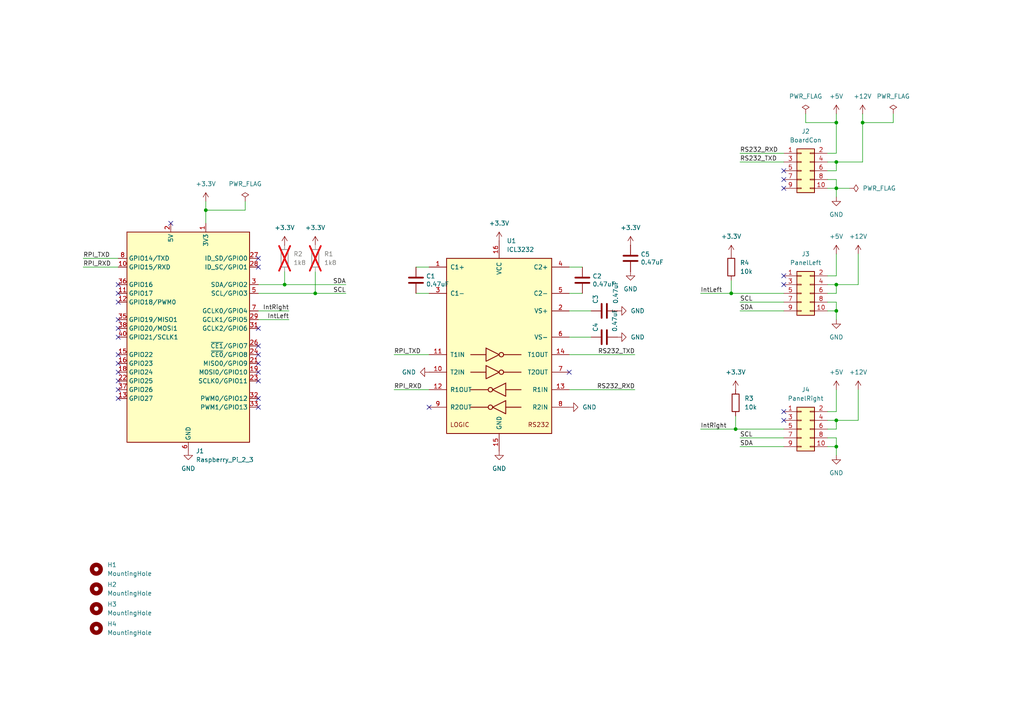
<source format=kicad_sch>
(kicad_sch
	(version 20231120)
	(generator "eeschema")
	(generator_version "8.0")
	(uuid "948d53c3-dd2f-4f2d-b3e2-842d58db831d")
	(paper "A4")
	(lib_symbols
		(symbol "Connector:Raspberry_Pi_2_3"
			(exclude_from_sim no)
			(in_bom yes)
			(on_board yes)
			(property "Reference" "J"
				(at -17.78 31.75 0)
				(effects
					(font
						(size 1.27 1.27)
					)
					(justify left bottom)
				)
			)
			(property "Value" "Raspberry_Pi_2_3"
				(at 10.16 -31.75 0)
				(effects
					(font
						(size 1.27 1.27)
					)
					(justify left top)
				)
			)
			(property "Footprint" ""
				(at 0 0 0)
				(effects
					(font
						(size 1.27 1.27)
					)
					(hide yes)
				)
			)
			(property "Datasheet" "https://www.raspberrypi.org/documentation/hardware/raspberrypi/schematics/rpi_SCH_3bplus_1p0_reduced.pdf"
				(at 60.96 -44.45 0)
				(effects
					(font
						(size 1.27 1.27)
					)
					(hide yes)
				)
			)
			(property "Description" "expansion header for Raspberry Pi 2 & 3"
				(at 0 0 0)
				(effects
					(font
						(size 1.27 1.27)
					)
					(hide yes)
				)
			)
			(property "ki_keywords" "raspberrypi gpio"
				(at 0 0 0)
				(effects
					(font
						(size 1.27 1.27)
					)
					(hide yes)
				)
			)
			(property "ki_fp_filters" "PinHeader*2x20*P2.54mm*Vertical* PinSocket*2x20*P2.54mm*Vertical*"
				(at 0 0 0)
				(effects
					(font
						(size 1.27 1.27)
					)
					(hide yes)
				)
			)
			(symbol "Raspberry_Pi_2_3_0_1"
				(rectangle
					(start -17.78 30.48)
					(end 17.78 -30.48)
					(stroke
						(width 0.254)
						(type default)
					)
					(fill
						(type background)
					)
				)
			)
			(symbol "Raspberry_Pi_2_3_1_1"
				(pin power_in line
					(at 5.08 33.02 270)
					(length 2.54)
					(name "3V3"
						(effects
							(font
								(size 1.27 1.27)
							)
						)
					)
					(number "1"
						(effects
							(font
								(size 1.27 1.27)
							)
						)
					)
				)
				(pin bidirectional line
					(at -20.32 20.32 0)
					(length 2.54)
					(name "GPIO15/RXD"
						(effects
							(font
								(size 1.27 1.27)
							)
						)
					)
					(number "10"
						(effects
							(font
								(size 1.27 1.27)
							)
						)
					)
				)
				(pin bidirectional line
					(at -20.32 12.7 0)
					(length 2.54)
					(name "GPIO17"
						(effects
							(font
								(size 1.27 1.27)
							)
						)
					)
					(number "11"
						(effects
							(font
								(size 1.27 1.27)
							)
						)
					)
				)
				(pin bidirectional line
					(at -20.32 10.16 0)
					(length 2.54)
					(name "GPIO18/PWM0"
						(effects
							(font
								(size 1.27 1.27)
							)
						)
					)
					(number "12"
						(effects
							(font
								(size 1.27 1.27)
							)
						)
					)
				)
				(pin bidirectional line
					(at -20.32 -17.78 0)
					(length 2.54)
					(name "GPIO27"
						(effects
							(font
								(size 1.27 1.27)
							)
						)
					)
					(number "13"
						(effects
							(font
								(size 1.27 1.27)
							)
						)
					)
				)
				(pin passive line
					(at 0 -33.02 90)
					(length 2.54) hide
					(name "GND"
						(effects
							(font
								(size 1.27 1.27)
							)
						)
					)
					(number "14"
						(effects
							(font
								(size 1.27 1.27)
							)
						)
					)
				)
				(pin bidirectional line
					(at -20.32 -5.08 0)
					(length 2.54)
					(name "GPIO22"
						(effects
							(font
								(size 1.27 1.27)
							)
						)
					)
					(number "15"
						(effects
							(font
								(size 1.27 1.27)
							)
						)
					)
				)
				(pin bidirectional line
					(at -20.32 -7.62 0)
					(length 2.54)
					(name "GPIO23"
						(effects
							(font
								(size 1.27 1.27)
							)
						)
					)
					(number "16"
						(effects
							(font
								(size 1.27 1.27)
							)
						)
					)
				)
				(pin passive line
					(at 5.08 33.02 270)
					(length 2.54) hide
					(name "3V3"
						(effects
							(font
								(size 1.27 1.27)
							)
						)
					)
					(number "17"
						(effects
							(font
								(size 1.27 1.27)
							)
						)
					)
				)
				(pin bidirectional line
					(at -20.32 -10.16 0)
					(length 2.54)
					(name "GPIO24"
						(effects
							(font
								(size 1.27 1.27)
							)
						)
					)
					(number "18"
						(effects
							(font
								(size 1.27 1.27)
							)
						)
					)
				)
				(pin bidirectional line
					(at 20.32 -10.16 180)
					(length 2.54)
					(name "MOSI0/GPIO10"
						(effects
							(font
								(size 1.27 1.27)
							)
						)
					)
					(number "19"
						(effects
							(font
								(size 1.27 1.27)
							)
						)
					)
				)
				(pin power_in line
					(at -5.08 33.02 270)
					(length 2.54)
					(name "5V"
						(effects
							(font
								(size 1.27 1.27)
							)
						)
					)
					(number "2"
						(effects
							(font
								(size 1.27 1.27)
							)
						)
					)
				)
				(pin passive line
					(at 0 -33.02 90)
					(length 2.54) hide
					(name "GND"
						(effects
							(font
								(size 1.27 1.27)
							)
						)
					)
					(number "20"
						(effects
							(font
								(size 1.27 1.27)
							)
						)
					)
				)
				(pin bidirectional line
					(at 20.32 -7.62 180)
					(length 2.54)
					(name "MISO0/GPIO9"
						(effects
							(font
								(size 1.27 1.27)
							)
						)
					)
					(number "21"
						(effects
							(font
								(size 1.27 1.27)
							)
						)
					)
				)
				(pin bidirectional line
					(at -20.32 -12.7 0)
					(length 2.54)
					(name "GPIO25"
						(effects
							(font
								(size 1.27 1.27)
							)
						)
					)
					(number "22"
						(effects
							(font
								(size 1.27 1.27)
							)
						)
					)
				)
				(pin bidirectional line
					(at 20.32 -12.7 180)
					(length 2.54)
					(name "SCLK0/GPIO11"
						(effects
							(font
								(size 1.27 1.27)
							)
						)
					)
					(number "23"
						(effects
							(font
								(size 1.27 1.27)
							)
						)
					)
				)
				(pin bidirectional line
					(at 20.32 -5.08 180)
					(length 2.54)
					(name "~{CE0}/GPIO8"
						(effects
							(font
								(size 1.27 1.27)
							)
						)
					)
					(number "24"
						(effects
							(font
								(size 1.27 1.27)
							)
						)
					)
				)
				(pin passive line
					(at 0 -33.02 90)
					(length 2.54) hide
					(name "GND"
						(effects
							(font
								(size 1.27 1.27)
							)
						)
					)
					(number "25"
						(effects
							(font
								(size 1.27 1.27)
							)
						)
					)
				)
				(pin bidirectional line
					(at 20.32 -2.54 180)
					(length 2.54)
					(name "~{CE1}/GPIO7"
						(effects
							(font
								(size 1.27 1.27)
							)
						)
					)
					(number "26"
						(effects
							(font
								(size 1.27 1.27)
							)
						)
					)
				)
				(pin bidirectional line
					(at 20.32 22.86 180)
					(length 2.54)
					(name "ID_SD/GPIO0"
						(effects
							(font
								(size 1.27 1.27)
							)
						)
					)
					(number "27"
						(effects
							(font
								(size 1.27 1.27)
							)
						)
					)
				)
				(pin bidirectional line
					(at 20.32 20.32 180)
					(length 2.54)
					(name "ID_SC/GPIO1"
						(effects
							(font
								(size 1.27 1.27)
							)
						)
					)
					(number "28"
						(effects
							(font
								(size 1.27 1.27)
							)
						)
					)
				)
				(pin bidirectional line
					(at 20.32 5.08 180)
					(length 2.54)
					(name "GCLK1/GPIO5"
						(effects
							(font
								(size 1.27 1.27)
							)
						)
					)
					(number "29"
						(effects
							(font
								(size 1.27 1.27)
							)
						)
					)
				)
				(pin bidirectional line
					(at 20.32 15.24 180)
					(length 2.54)
					(name "SDA/GPIO2"
						(effects
							(font
								(size 1.27 1.27)
							)
						)
					)
					(number "3"
						(effects
							(font
								(size 1.27 1.27)
							)
						)
					)
				)
				(pin passive line
					(at 0 -33.02 90)
					(length 2.54) hide
					(name "GND"
						(effects
							(font
								(size 1.27 1.27)
							)
						)
					)
					(number "30"
						(effects
							(font
								(size 1.27 1.27)
							)
						)
					)
				)
				(pin bidirectional line
					(at 20.32 2.54 180)
					(length 2.54)
					(name "GCLK2/GPIO6"
						(effects
							(font
								(size 1.27 1.27)
							)
						)
					)
					(number "31"
						(effects
							(font
								(size 1.27 1.27)
							)
						)
					)
				)
				(pin bidirectional line
					(at 20.32 -17.78 180)
					(length 2.54)
					(name "PWM0/GPIO12"
						(effects
							(font
								(size 1.27 1.27)
							)
						)
					)
					(number "32"
						(effects
							(font
								(size 1.27 1.27)
							)
						)
					)
				)
				(pin bidirectional line
					(at 20.32 -20.32 180)
					(length 2.54)
					(name "PWM1/GPIO13"
						(effects
							(font
								(size 1.27 1.27)
							)
						)
					)
					(number "33"
						(effects
							(font
								(size 1.27 1.27)
							)
						)
					)
				)
				(pin passive line
					(at 0 -33.02 90)
					(length 2.54) hide
					(name "GND"
						(effects
							(font
								(size 1.27 1.27)
							)
						)
					)
					(number "34"
						(effects
							(font
								(size 1.27 1.27)
							)
						)
					)
				)
				(pin bidirectional line
					(at -20.32 5.08 0)
					(length 2.54)
					(name "GPIO19/MISO1"
						(effects
							(font
								(size 1.27 1.27)
							)
						)
					)
					(number "35"
						(effects
							(font
								(size 1.27 1.27)
							)
						)
					)
				)
				(pin bidirectional line
					(at -20.32 15.24 0)
					(length 2.54)
					(name "GPIO16"
						(effects
							(font
								(size 1.27 1.27)
							)
						)
					)
					(number "36"
						(effects
							(font
								(size 1.27 1.27)
							)
						)
					)
				)
				(pin bidirectional line
					(at -20.32 -15.24 0)
					(length 2.54)
					(name "GPIO26"
						(effects
							(font
								(size 1.27 1.27)
							)
						)
					)
					(number "37"
						(effects
							(font
								(size 1.27 1.27)
							)
						)
					)
				)
				(pin bidirectional line
					(at -20.32 2.54 0)
					(length 2.54)
					(name "GPIO20/MOSI1"
						(effects
							(font
								(size 1.27 1.27)
							)
						)
					)
					(number "38"
						(effects
							(font
								(size 1.27 1.27)
							)
						)
					)
				)
				(pin passive line
					(at 0 -33.02 90)
					(length 2.54) hide
					(name "GND"
						(effects
							(font
								(size 1.27 1.27)
							)
						)
					)
					(number "39"
						(effects
							(font
								(size 1.27 1.27)
							)
						)
					)
				)
				(pin passive line
					(at -5.08 33.02 270)
					(length 2.54) hide
					(name "5V"
						(effects
							(font
								(size 1.27 1.27)
							)
						)
					)
					(number "4"
						(effects
							(font
								(size 1.27 1.27)
							)
						)
					)
				)
				(pin bidirectional line
					(at -20.32 0 0)
					(length 2.54)
					(name "GPIO21/SCLK1"
						(effects
							(font
								(size 1.27 1.27)
							)
						)
					)
					(number "40"
						(effects
							(font
								(size 1.27 1.27)
							)
						)
					)
				)
				(pin bidirectional line
					(at 20.32 12.7 180)
					(length 2.54)
					(name "SCL/GPIO3"
						(effects
							(font
								(size 1.27 1.27)
							)
						)
					)
					(number "5"
						(effects
							(font
								(size 1.27 1.27)
							)
						)
					)
				)
				(pin power_in line
					(at 0 -33.02 90)
					(length 2.54)
					(name "GND"
						(effects
							(font
								(size 1.27 1.27)
							)
						)
					)
					(number "6"
						(effects
							(font
								(size 1.27 1.27)
							)
						)
					)
				)
				(pin bidirectional line
					(at 20.32 7.62 180)
					(length 2.54)
					(name "GCLK0/GPIO4"
						(effects
							(font
								(size 1.27 1.27)
							)
						)
					)
					(number "7"
						(effects
							(font
								(size 1.27 1.27)
							)
						)
					)
				)
				(pin bidirectional line
					(at -20.32 22.86 0)
					(length 2.54)
					(name "GPIO14/TXD"
						(effects
							(font
								(size 1.27 1.27)
							)
						)
					)
					(number "8"
						(effects
							(font
								(size 1.27 1.27)
							)
						)
					)
				)
				(pin passive line
					(at 0 -33.02 90)
					(length 2.54) hide
					(name "GND"
						(effects
							(font
								(size 1.27 1.27)
							)
						)
					)
					(number "9"
						(effects
							(font
								(size 1.27 1.27)
							)
						)
					)
				)
			)
		)
		(symbol "Connector_Generic:Conn_02x05_Odd_Even"
			(pin_names
				(offset 1.016) hide)
			(exclude_from_sim no)
			(in_bom yes)
			(on_board yes)
			(property "Reference" "J"
				(at 1.27 7.62 0)
				(effects
					(font
						(size 1.27 1.27)
					)
				)
			)
			(property "Value" "Conn_02x05_Odd_Even"
				(at 1.27 -7.62 0)
				(effects
					(font
						(size 1.27 1.27)
					)
				)
			)
			(property "Footprint" ""
				(at 0 0 0)
				(effects
					(font
						(size 1.27 1.27)
					)
					(hide yes)
				)
			)
			(property "Datasheet" "~"
				(at 0 0 0)
				(effects
					(font
						(size 1.27 1.27)
					)
					(hide yes)
				)
			)
			(property "Description" "Generic connector, double row, 02x05, odd/even pin numbering scheme (row 1 odd numbers, row 2 even numbers), script generated (kicad-library-utils/schlib/autogen/connector/)"
				(at 0 0 0)
				(effects
					(font
						(size 1.27 1.27)
					)
					(hide yes)
				)
			)
			(property "ki_keywords" "connector"
				(at 0 0 0)
				(effects
					(font
						(size 1.27 1.27)
					)
					(hide yes)
				)
			)
			(property "ki_fp_filters" "Connector*:*_2x??_*"
				(at 0 0 0)
				(effects
					(font
						(size 1.27 1.27)
					)
					(hide yes)
				)
			)
			(symbol "Conn_02x05_Odd_Even_1_1"
				(rectangle
					(start -1.27 -4.953)
					(end 0 -5.207)
					(stroke
						(width 0.1524)
						(type default)
					)
					(fill
						(type none)
					)
				)
				(rectangle
					(start -1.27 -2.413)
					(end 0 -2.667)
					(stroke
						(width 0.1524)
						(type default)
					)
					(fill
						(type none)
					)
				)
				(rectangle
					(start -1.27 0.127)
					(end 0 -0.127)
					(stroke
						(width 0.1524)
						(type default)
					)
					(fill
						(type none)
					)
				)
				(rectangle
					(start -1.27 2.667)
					(end 0 2.413)
					(stroke
						(width 0.1524)
						(type default)
					)
					(fill
						(type none)
					)
				)
				(rectangle
					(start -1.27 5.207)
					(end 0 4.953)
					(stroke
						(width 0.1524)
						(type default)
					)
					(fill
						(type none)
					)
				)
				(rectangle
					(start -1.27 6.35)
					(end 3.81 -6.35)
					(stroke
						(width 0.254)
						(type default)
					)
					(fill
						(type background)
					)
				)
				(rectangle
					(start 3.81 -4.953)
					(end 2.54 -5.207)
					(stroke
						(width 0.1524)
						(type default)
					)
					(fill
						(type none)
					)
				)
				(rectangle
					(start 3.81 -2.413)
					(end 2.54 -2.667)
					(stroke
						(width 0.1524)
						(type default)
					)
					(fill
						(type none)
					)
				)
				(rectangle
					(start 3.81 0.127)
					(end 2.54 -0.127)
					(stroke
						(width 0.1524)
						(type default)
					)
					(fill
						(type none)
					)
				)
				(rectangle
					(start 3.81 2.667)
					(end 2.54 2.413)
					(stroke
						(width 0.1524)
						(type default)
					)
					(fill
						(type none)
					)
				)
				(rectangle
					(start 3.81 5.207)
					(end 2.54 4.953)
					(stroke
						(width 0.1524)
						(type default)
					)
					(fill
						(type none)
					)
				)
				(pin passive line
					(at -5.08 5.08 0)
					(length 3.81)
					(name "Pin_1"
						(effects
							(font
								(size 1.27 1.27)
							)
						)
					)
					(number "1"
						(effects
							(font
								(size 1.27 1.27)
							)
						)
					)
				)
				(pin passive line
					(at 7.62 -5.08 180)
					(length 3.81)
					(name "Pin_10"
						(effects
							(font
								(size 1.27 1.27)
							)
						)
					)
					(number "10"
						(effects
							(font
								(size 1.27 1.27)
							)
						)
					)
				)
				(pin passive line
					(at 7.62 5.08 180)
					(length 3.81)
					(name "Pin_2"
						(effects
							(font
								(size 1.27 1.27)
							)
						)
					)
					(number "2"
						(effects
							(font
								(size 1.27 1.27)
							)
						)
					)
				)
				(pin passive line
					(at -5.08 2.54 0)
					(length 3.81)
					(name "Pin_3"
						(effects
							(font
								(size 1.27 1.27)
							)
						)
					)
					(number "3"
						(effects
							(font
								(size 1.27 1.27)
							)
						)
					)
				)
				(pin passive line
					(at 7.62 2.54 180)
					(length 3.81)
					(name "Pin_4"
						(effects
							(font
								(size 1.27 1.27)
							)
						)
					)
					(number "4"
						(effects
							(font
								(size 1.27 1.27)
							)
						)
					)
				)
				(pin passive line
					(at -5.08 0 0)
					(length 3.81)
					(name "Pin_5"
						(effects
							(font
								(size 1.27 1.27)
							)
						)
					)
					(number "5"
						(effects
							(font
								(size 1.27 1.27)
							)
						)
					)
				)
				(pin passive line
					(at 7.62 0 180)
					(length 3.81)
					(name "Pin_6"
						(effects
							(font
								(size 1.27 1.27)
							)
						)
					)
					(number "6"
						(effects
							(font
								(size 1.27 1.27)
							)
						)
					)
				)
				(pin passive line
					(at -5.08 -2.54 0)
					(length 3.81)
					(name "Pin_7"
						(effects
							(font
								(size 1.27 1.27)
							)
						)
					)
					(number "7"
						(effects
							(font
								(size 1.27 1.27)
							)
						)
					)
				)
				(pin passive line
					(at 7.62 -2.54 180)
					(length 3.81)
					(name "Pin_8"
						(effects
							(font
								(size 1.27 1.27)
							)
						)
					)
					(number "8"
						(effects
							(font
								(size 1.27 1.27)
							)
						)
					)
				)
				(pin passive line
					(at -5.08 -5.08 0)
					(length 3.81)
					(name "Pin_9"
						(effects
							(font
								(size 1.27 1.27)
							)
						)
					)
					(number "9"
						(effects
							(font
								(size 1.27 1.27)
							)
						)
					)
				)
			)
		)
		(symbol "Device:C"
			(pin_numbers hide)
			(pin_names
				(offset 0.254)
			)
			(exclude_from_sim no)
			(in_bom yes)
			(on_board yes)
			(property "Reference" "C"
				(at 0.635 2.54 0)
				(effects
					(font
						(size 1.27 1.27)
					)
					(justify left)
				)
			)
			(property "Value" "C"
				(at 0.635 -2.54 0)
				(effects
					(font
						(size 1.27 1.27)
					)
					(justify left)
				)
			)
			(property "Footprint" ""
				(at 0.9652 -3.81 0)
				(effects
					(font
						(size 1.27 1.27)
					)
					(hide yes)
				)
			)
			(property "Datasheet" "~"
				(at 0 0 0)
				(effects
					(font
						(size 1.27 1.27)
					)
					(hide yes)
				)
			)
			(property "Description" "Unpolarized capacitor"
				(at 0 0 0)
				(effects
					(font
						(size 1.27 1.27)
					)
					(hide yes)
				)
			)
			(property "ki_keywords" "cap capacitor"
				(at 0 0 0)
				(effects
					(font
						(size 1.27 1.27)
					)
					(hide yes)
				)
			)
			(property "ki_fp_filters" "C_*"
				(at 0 0 0)
				(effects
					(font
						(size 1.27 1.27)
					)
					(hide yes)
				)
			)
			(symbol "C_0_1"
				(polyline
					(pts
						(xy -2.032 -0.762) (xy 2.032 -0.762)
					)
					(stroke
						(width 0.508)
						(type default)
					)
					(fill
						(type none)
					)
				)
				(polyline
					(pts
						(xy -2.032 0.762) (xy 2.032 0.762)
					)
					(stroke
						(width 0.508)
						(type default)
					)
					(fill
						(type none)
					)
				)
			)
			(symbol "C_1_1"
				(pin passive line
					(at 0 3.81 270)
					(length 2.794)
					(name "~"
						(effects
							(font
								(size 1.27 1.27)
							)
						)
					)
					(number "1"
						(effects
							(font
								(size 1.27 1.27)
							)
						)
					)
				)
				(pin passive line
					(at 0 -3.81 90)
					(length 2.794)
					(name "~"
						(effects
							(font
								(size 1.27 1.27)
							)
						)
					)
					(number "2"
						(effects
							(font
								(size 1.27 1.27)
							)
						)
					)
				)
			)
		)
		(symbol "Device:R"
			(pin_numbers hide)
			(pin_names
				(offset 0)
			)
			(exclude_from_sim no)
			(in_bom yes)
			(on_board yes)
			(property "Reference" "R"
				(at 2.032 0 90)
				(effects
					(font
						(size 1.27 1.27)
					)
				)
			)
			(property "Value" "R"
				(at 0 0 90)
				(effects
					(font
						(size 1.27 1.27)
					)
				)
			)
			(property "Footprint" ""
				(at -1.778 0 90)
				(effects
					(font
						(size 1.27 1.27)
					)
					(hide yes)
				)
			)
			(property "Datasheet" "~"
				(at 0 0 0)
				(effects
					(font
						(size 1.27 1.27)
					)
					(hide yes)
				)
			)
			(property "Description" "Resistor"
				(at 0 0 0)
				(effects
					(font
						(size 1.27 1.27)
					)
					(hide yes)
				)
			)
			(property "ki_keywords" "R res resistor"
				(at 0 0 0)
				(effects
					(font
						(size 1.27 1.27)
					)
					(hide yes)
				)
			)
			(property "ki_fp_filters" "R_*"
				(at 0 0 0)
				(effects
					(font
						(size 1.27 1.27)
					)
					(hide yes)
				)
			)
			(symbol "R_0_1"
				(rectangle
					(start -1.016 -2.54)
					(end 1.016 2.54)
					(stroke
						(width 0.254)
						(type default)
					)
					(fill
						(type none)
					)
				)
			)
			(symbol "R_1_1"
				(pin passive line
					(at 0 3.81 270)
					(length 1.27)
					(name "~"
						(effects
							(font
								(size 1.27 1.27)
							)
						)
					)
					(number "1"
						(effects
							(font
								(size 1.27 1.27)
							)
						)
					)
				)
				(pin passive line
					(at 0 -3.81 90)
					(length 1.27)
					(name "~"
						(effects
							(font
								(size 1.27 1.27)
							)
						)
					)
					(number "2"
						(effects
							(font
								(size 1.27 1.27)
							)
						)
					)
				)
			)
		)
		(symbol "Interface_UART:ICL3232"
			(pin_names
				(offset 1.016)
			)
			(exclude_from_sim no)
			(in_bom yes)
			(on_board yes)
			(property "Reference" "U"
				(at -2.54 28.575 0)
				(effects
					(font
						(size 1.27 1.27)
					)
					(justify right)
				)
			)
			(property "Value" "ICL3232"
				(at -2.54 26.67 0)
				(effects
					(font
						(size 1.27 1.27)
					)
					(justify right)
				)
			)
			(property "Footprint" ""
				(at 1.27 -26.67 0)
				(effects
					(font
						(size 1.27 1.27)
					)
					(justify left)
					(hide yes)
				)
			)
			(property "Datasheet" "http://www.intersil.com/content/dam/Intersil/documents/icl3/icl3221-22-23-32-41-43.pdf"
				(at 0 2.54 0)
				(effects
					(font
						(size 1.27 1.27)
					)
					(hide yes)
				)
			)
			(property "Description" "3.0V to 5.5V, Low-Power, up to 250kbps, True RS-232 Transceivers Using Four 0.1μF External Capacitors"
				(at 0 0 0)
				(effects
					(font
						(size 1.27 1.27)
					)
					(hide yes)
				)
			)
			(property "ki_keywords" "rs232 uart transceiver line-driver"
				(at 0 0 0)
				(effects
					(font
						(size 1.27 1.27)
					)
					(hide yes)
				)
			)
			(property "ki_fp_filters" "SOIC*P1.27mm* DIP*W7.62mm* TSSOP*4.4x5mm*P0.65mm*"
				(at 0 0 0)
				(effects
					(font
						(size 1.27 1.27)
					)
					(hide yes)
				)
			)
			(symbol "ICL3232_0_0"
				(text "LOGIC"
					(at -11.43 -22.86 0)
					(effects
						(font
							(size 1.27 1.27)
						)
					)
				)
				(text "RS232"
					(at 11.43 -22.86 0)
					(effects
						(font
							(size 1.27 1.27)
						)
					)
				)
			)
			(symbol "ICL3232_0_1"
				(rectangle
					(start -15.24 -25.4)
					(end 15.24 25.4)
					(stroke
						(width 0.254)
						(type default)
					)
					(fill
						(type background)
					)
				)
				(circle
					(center -2.54 -17.78)
					(radius 0.635)
					(stroke
						(width 0.254)
						(type default)
					)
					(fill
						(type none)
					)
				)
				(circle
					(center -2.54 -12.7)
					(radius 0.635)
					(stroke
						(width 0.254)
						(type default)
					)
					(fill
						(type none)
					)
				)
				(polyline
					(pts
						(xy -3.81 -7.62) (xy -8.255 -7.62)
					)
					(stroke
						(width 0.254)
						(type default)
					)
					(fill
						(type none)
					)
				)
				(polyline
					(pts
						(xy -3.81 -2.54) (xy -8.255 -2.54)
					)
					(stroke
						(width 0.254)
						(type default)
					)
					(fill
						(type none)
					)
				)
				(polyline
					(pts
						(xy -3.175 -17.78) (xy -8.255 -17.78)
					)
					(stroke
						(width 0.254)
						(type default)
					)
					(fill
						(type none)
					)
				)
				(polyline
					(pts
						(xy -3.175 -12.7) (xy -8.255 -12.7)
					)
					(stroke
						(width 0.254)
						(type default)
					)
					(fill
						(type none)
					)
				)
				(polyline
					(pts
						(xy 1.27 -7.62) (xy 6.35 -7.62)
					)
					(stroke
						(width 0.254)
						(type default)
					)
					(fill
						(type none)
					)
				)
				(polyline
					(pts
						(xy 1.27 -2.54) (xy 6.35 -2.54)
					)
					(stroke
						(width 0.254)
						(type default)
					)
					(fill
						(type none)
					)
				)
				(polyline
					(pts
						(xy 1.905 -17.78) (xy 6.35 -17.78)
					)
					(stroke
						(width 0.254)
						(type default)
					)
					(fill
						(type none)
					)
				)
				(polyline
					(pts
						(xy 1.905 -12.7) (xy 6.35 -12.7)
					)
					(stroke
						(width 0.254)
						(type default)
					)
					(fill
						(type none)
					)
				)
				(polyline
					(pts
						(xy -3.81 -5.715) (xy -3.81 -9.525) (xy 0 -7.62) (xy -3.81 -5.715)
					)
					(stroke
						(width 0.254)
						(type default)
					)
					(fill
						(type none)
					)
				)
				(polyline
					(pts
						(xy -3.81 -0.635) (xy -3.81 -4.445) (xy 0 -2.54) (xy -3.81 -0.635)
					)
					(stroke
						(width 0.254)
						(type default)
					)
					(fill
						(type none)
					)
				)
				(polyline
					(pts
						(xy 1.905 -15.875) (xy 1.905 -19.685) (xy -1.905 -17.78) (xy 1.905 -15.875)
					)
					(stroke
						(width 0.254)
						(type default)
					)
					(fill
						(type none)
					)
				)
				(polyline
					(pts
						(xy 1.905 -10.795) (xy 1.905 -14.605) (xy -1.905 -12.7) (xy 1.905 -10.795)
					)
					(stroke
						(width 0.254)
						(type default)
					)
					(fill
						(type none)
					)
				)
				(circle
					(center 0.635 -7.62)
					(radius 0.635)
					(stroke
						(width 0.254)
						(type default)
					)
					(fill
						(type none)
					)
				)
				(circle
					(center 0.635 -2.54)
					(radius 0.635)
					(stroke
						(width 0.254)
						(type default)
					)
					(fill
						(type none)
					)
				)
			)
			(symbol "ICL3232_1_1"
				(pin passive line
					(at -20.32 22.86 0)
					(length 5.08)
					(name "C1+"
						(effects
							(font
								(size 1.27 1.27)
							)
						)
					)
					(number "1"
						(effects
							(font
								(size 1.27 1.27)
							)
						)
					)
				)
				(pin input line
					(at -20.32 -7.62 0)
					(length 5.08)
					(name "T2IN"
						(effects
							(font
								(size 1.27 1.27)
							)
						)
					)
					(number "10"
						(effects
							(font
								(size 1.27 1.27)
							)
						)
					)
				)
				(pin input line
					(at -20.32 -2.54 0)
					(length 5.08)
					(name "T1IN"
						(effects
							(font
								(size 1.27 1.27)
							)
						)
					)
					(number "11"
						(effects
							(font
								(size 1.27 1.27)
							)
						)
					)
				)
				(pin output line
					(at -20.32 -12.7 0)
					(length 5.08)
					(name "R1OUT"
						(effects
							(font
								(size 1.27 1.27)
							)
						)
					)
					(number "12"
						(effects
							(font
								(size 1.27 1.27)
							)
						)
					)
				)
				(pin input line
					(at 20.32 -12.7 180)
					(length 5.08)
					(name "R1IN"
						(effects
							(font
								(size 1.27 1.27)
							)
						)
					)
					(number "13"
						(effects
							(font
								(size 1.27 1.27)
							)
						)
					)
				)
				(pin output line
					(at 20.32 -2.54 180)
					(length 5.08)
					(name "T1OUT"
						(effects
							(font
								(size 1.27 1.27)
							)
						)
					)
					(number "14"
						(effects
							(font
								(size 1.27 1.27)
							)
						)
					)
				)
				(pin power_in line
					(at 0 -30.48 90)
					(length 5.08)
					(name "GND"
						(effects
							(font
								(size 1.27 1.27)
							)
						)
					)
					(number "15"
						(effects
							(font
								(size 1.27 1.27)
							)
						)
					)
				)
				(pin power_in line
					(at 0 30.48 270)
					(length 5.08)
					(name "VCC"
						(effects
							(font
								(size 1.27 1.27)
							)
						)
					)
					(number "16"
						(effects
							(font
								(size 1.27 1.27)
							)
						)
					)
				)
				(pin power_out line
					(at 20.32 10.16 180)
					(length 5.08)
					(name "VS+"
						(effects
							(font
								(size 1.27 1.27)
							)
						)
					)
					(number "2"
						(effects
							(font
								(size 1.27 1.27)
							)
						)
					)
				)
				(pin passive line
					(at -20.32 15.24 0)
					(length 5.08)
					(name "C1-"
						(effects
							(font
								(size 1.27 1.27)
							)
						)
					)
					(number "3"
						(effects
							(font
								(size 1.27 1.27)
							)
						)
					)
				)
				(pin passive line
					(at 20.32 22.86 180)
					(length 5.08)
					(name "C2+"
						(effects
							(font
								(size 1.27 1.27)
							)
						)
					)
					(number "4"
						(effects
							(font
								(size 1.27 1.27)
							)
						)
					)
				)
				(pin passive line
					(at 20.32 15.24 180)
					(length 5.08)
					(name "C2-"
						(effects
							(font
								(size 1.27 1.27)
							)
						)
					)
					(number "5"
						(effects
							(font
								(size 1.27 1.27)
							)
						)
					)
				)
				(pin power_out line
					(at 20.32 2.54 180)
					(length 5.08)
					(name "VS-"
						(effects
							(font
								(size 1.27 1.27)
							)
						)
					)
					(number "6"
						(effects
							(font
								(size 1.27 1.27)
							)
						)
					)
				)
				(pin output line
					(at 20.32 -7.62 180)
					(length 5.08)
					(name "T2OUT"
						(effects
							(font
								(size 1.27 1.27)
							)
						)
					)
					(number "7"
						(effects
							(font
								(size 1.27 1.27)
							)
						)
					)
				)
				(pin input line
					(at 20.32 -17.78 180)
					(length 5.08)
					(name "R2IN"
						(effects
							(font
								(size 1.27 1.27)
							)
						)
					)
					(number "8"
						(effects
							(font
								(size 1.27 1.27)
							)
						)
					)
				)
				(pin output line
					(at -20.32 -17.78 0)
					(length 5.08)
					(name "R2OUT"
						(effects
							(font
								(size 1.27 1.27)
							)
						)
					)
					(number "9"
						(effects
							(font
								(size 1.27 1.27)
							)
						)
					)
				)
			)
		)
		(symbol "Mechanical:MountingHole"
			(pin_names
				(offset 1.016)
			)
			(exclude_from_sim no)
			(in_bom yes)
			(on_board yes)
			(property "Reference" "H"
				(at 0 5.08 0)
				(effects
					(font
						(size 1.27 1.27)
					)
				)
			)
			(property "Value" "MountingHole"
				(at 0 3.175 0)
				(effects
					(font
						(size 1.27 1.27)
					)
				)
			)
			(property "Footprint" ""
				(at 0 0 0)
				(effects
					(font
						(size 1.27 1.27)
					)
					(hide yes)
				)
			)
			(property "Datasheet" "~"
				(at 0 0 0)
				(effects
					(font
						(size 1.27 1.27)
					)
					(hide yes)
				)
			)
			(property "Description" "Mounting Hole without connection"
				(at 0 0 0)
				(effects
					(font
						(size 1.27 1.27)
					)
					(hide yes)
				)
			)
			(property "ki_keywords" "mounting hole"
				(at 0 0 0)
				(effects
					(font
						(size 1.27 1.27)
					)
					(hide yes)
				)
			)
			(property "ki_fp_filters" "MountingHole*"
				(at 0 0 0)
				(effects
					(font
						(size 1.27 1.27)
					)
					(hide yes)
				)
			)
			(symbol "MountingHole_0_1"
				(circle
					(center 0 0)
					(radius 1.27)
					(stroke
						(width 1.27)
						(type default)
					)
					(fill
						(type none)
					)
				)
			)
		)
		(symbol "power:+12V"
			(power)
			(pin_numbers hide)
			(pin_names
				(offset 0) hide)
			(exclude_from_sim no)
			(in_bom yes)
			(on_board yes)
			(property "Reference" "#PWR"
				(at 0 -3.81 0)
				(effects
					(font
						(size 1.27 1.27)
					)
					(hide yes)
				)
			)
			(property "Value" "+12V"
				(at 0 3.556 0)
				(effects
					(font
						(size 1.27 1.27)
					)
				)
			)
			(property "Footprint" ""
				(at 0 0 0)
				(effects
					(font
						(size 1.27 1.27)
					)
					(hide yes)
				)
			)
			(property "Datasheet" ""
				(at 0 0 0)
				(effects
					(font
						(size 1.27 1.27)
					)
					(hide yes)
				)
			)
			(property "Description" "Power symbol creates a global label with name \"+12V\""
				(at 0 0 0)
				(effects
					(font
						(size 1.27 1.27)
					)
					(hide yes)
				)
			)
			(property "ki_keywords" "global power"
				(at 0 0 0)
				(effects
					(font
						(size 1.27 1.27)
					)
					(hide yes)
				)
			)
			(symbol "+12V_0_1"
				(polyline
					(pts
						(xy -0.762 1.27) (xy 0 2.54)
					)
					(stroke
						(width 0)
						(type default)
					)
					(fill
						(type none)
					)
				)
				(polyline
					(pts
						(xy 0 0) (xy 0 2.54)
					)
					(stroke
						(width 0)
						(type default)
					)
					(fill
						(type none)
					)
				)
				(polyline
					(pts
						(xy 0 2.54) (xy 0.762 1.27)
					)
					(stroke
						(width 0)
						(type default)
					)
					(fill
						(type none)
					)
				)
			)
			(symbol "+12V_1_1"
				(pin power_in line
					(at 0 0 90)
					(length 0)
					(name "~"
						(effects
							(font
								(size 1.27 1.27)
							)
						)
					)
					(number "1"
						(effects
							(font
								(size 1.27 1.27)
							)
						)
					)
				)
			)
		)
		(symbol "power:+3.3V"
			(power)
			(pin_numbers hide)
			(pin_names
				(offset 0) hide)
			(exclude_from_sim no)
			(in_bom yes)
			(on_board yes)
			(property "Reference" "#PWR"
				(at 0 -3.81 0)
				(effects
					(font
						(size 1.27 1.27)
					)
					(hide yes)
				)
			)
			(property "Value" "+3.3V"
				(at 0 3.556 0)
				(effects
					(font
						(size 1.27 1.27)
					)
				)
			)
			(property "Footprint" ""
				(at 0 0 0)
				(effects
					(font
						(size 1.27 1.27)
					)
					(hide yes)
				)
			)
			(property "Datasheet" ""
				(at 0 0 0)
				(effects
					(font
						(size 1.27 1.27)
					)
					(hide yes)
				)
			)
			(property "Description" "Power symbol creates a global label with name \"+3.3V\""
				(at 0 0 0)
				(effects
					(font
						(size 1.27 1.27)
					)
					(hide yes)
				)
			)
			(property "ki_keywords" "global power"
				(at 0 0 0)
				(effects
					(font
						(size 1.27 1.27)
					)
					(hide yes)
				)
			)
			(symbol "+3.3V_0_1"
				(polyline
					(pts
						(xy -0.762 1.27) (xy 0 2.54)
					)
					(stroke
						(width 0)
						(type default)
					)
					(fill
						(type none)
					)
				)
				(polyline
					(pts
						(xy 0 0) (xy 0 2.54)
					)
					(stroke
						(width 0)
						(type default)
					)
					(fill
						(type none)
					)
				)
				(polyline
					(pts
						(xy 0 2.54) (xy 0.762 1.27)
					)
					(stroke
						(width 0)
						(type default)
					)
					(fill
						(type none)
					)
				)
			)
			(symbol "+3.3V_1_1"
				(pin power_in line
					(at 0 0 90)
					(length 0)
					(name "~"
						(effects
							(font
								(size 1.27 1.27)
							)
						)
					)
					(number "1"
						(effects
							(font
								(size 1.27 1.27)
							)
						)
					)
				)
			)
		)
		(symbol "power:+5V"
			(power)
			(pin_numbers hide)
			(pin_names
				(offset 0) hide)
			(exclude_from_sim no)
			(in_bom yes)
			(on_board yes)
			(property "Reference" "#PWR"
				(at 0 -3.81 0)
				(effects
					(font
						(size 1.27 1.27)
					)
					(hide yes)
				)
			)
			(property "Value" "+5V"
				(at 0 3.556 0)
				(effects
					(font
						(size 1.27 1.27)
					)
				)
			)
			(property "Footprint" ""
				(at 0 0 0)
				(effects
					(font
						(size 1.27 1.27)
					)
					(hide yes)
				)
			)
			(property "Datasheet" ""
				(at 0 0 0)
				(effects
					(font
						(size 1.27 1.27)
					)
					(hide yes)
				)
			)
			(property "Description" "Power symbol creates a global label with name \"+5V\""
				(at 0 0 0)
				(effects
					(font
						(size 1.27 1.27)
					)
					(hide yes)
				)
			)
			(property "ki_keywords" "global power"
				(at 0 0 0)
				(effects
					(font
						(size 1.27 1.27)
					)
					(hide yes)
				)
			)
			(symbol "+5V_0_1"
				(polyline
					(pts
						(xy -0.762 1.27) (xy 0 2.54)
					)
					(stroke
						(width 0)
						(type default)
					)
					(fill
						(type none)
					)
				)
				(polyline
					(pts
						(xy 0 0) (xy 0 2.54)
					)
					(stroke
						(width 0)
						(type default)
					)
					(fill
						(type none)
					)
				)
				(polyline
					(pts
						(xy 0 2.54) (xy 0.762 1.27)
					)
					(stroke
						(width 0)
						(type default)
					)
					(fill
						(type none)
					)
				)
			)
			(symbol "+5V_1_1"
				(pin power_in line
					(at 0 0 90)
					(length 0)
					(name "~"
						(effects
							(font
								(size 1.27 1.27)
							)
						)
					)
					(number "1"
						(effects
							(font
								(size 1.27 1.27)
							)
						)
					)
				)
			)
		)
		(symbol "power:GND"
			(power)
			(pin_numbers hide)
			(pin_names
				(offset 0) hide)
			(exclude_from_sim no)
			(in_bom yes)
			(on_board yes)
			(property "Reference" "#PWR"
				(at 0 -6.35 0)
				(effects
					(font
						(size 1.27 1.27)
					)
					(hide yes)
				)
			)
			(property "Value" "GND"
				(at 0 -3.81 0)
				(effects
					(font
						(size 1.27 1.27)
					)
				)
			)
			(property "Footprint" ""
				(at 0 0 0)
				(effects
					(font
						(size 1.27 1.27)
					)
					(hide yes)
				)
			)
			(property "Datasheet" ""
				(at 0 0 0)
				(effects
					(font
						(size 1.27 1.27)
					)
					(hide yes)
				)
			)
			(property "Description" "Power symbol creates a global label with name \"GND\" , ground"
				(at 0 0 0)
				(effects
					(font
						(size 1.27 1.27)
					)
					(hide yes)
				)
			)
			(property "ki_keywords" "global power"
				(at 0 0 0)
				(effects
					(font
						(size 1.27 1.27)
					)
					(hide yes)
				)
			)
			(symbol "GND_0_1"
				(polyline
					(pts
						(xy 0 0) (xy 0 -1.27) (xy 1.27 -1.27) (xy 0 -2.54) (xy -1.27 -1.27) (xy 0 -1.27)
					)
					(stroke
						(width 0)
						(type default)
					)
					(fill
						(type none)
					)
				)
			)
			(symbol "GND_1_1"
				(pin power_in line
					(at 0 0 270)
					(length 0)
					(name "~"
						(effects
							(font
								(size 1.27 1.27)
							)
						)
					)
					(number "1"
						(effects
							(font
								(size 1.27 1.27)
							)
						)
					)
				)
			)
		)
		(symbol "power:PWR_FLAG"
			(power)
			(pin_numbers hide)
			(pin_names
				(offset 0) hide)
			(exclude_from_sim no)
			(in_bom yes)
			(on_board yes)
			(property "Reference" "#FLG"
				(at 0 1.905 0)
				(effects
					(font
						(size 1.27 1.27)
					)
					(hide yes)
				)
			)
			(property "Value" "PWR_FLAG"
				(at 0 3.81 0)
				(effects
					(font
						(size 1.27 1.27)
					)
				)
			)
			(property "Footprint" ""
				(at 0 0 0)
				(effects
					(font
						(size 1.27 1.27)
					)
					(hide yes)
				)
			)
			(property "Datasheet" "~"
				(at 0 0 0)
				(effects
					(font
						(size 1.27 1.27)
					)
					(hide yes)
				)
			)
			(property "Description" "Special symbol for telling ERC where power comes from"
				(at 0 0 0)
				(effects
					(font
						(size 1.27 1.27)
					)
					(hide yes)
				)
			)
			(property "ki_keywords" "flag power"
				(at 0 0 0)
				(effects
					(font
						(size 1.27 1.27)
					)
					(hide yes)
				)
			)
			(symbol "PWR_FLAG_0_0"
				(pin power_out line
					(at 0 0 90)
					(length 0)
					(name "~"
						(effects
							(font
								(size 1.27 1.27)
							)
						)
					)
					(number "1"
						(effects
							(font
								(size 1.27 1.27)
							)
						)
					)
				)
			)
			(symbol "PWR_FLAG_0_1"
				(polyline
					(pts
						(xy 0 0) (xy 0 1.27) (xy -1.016 1.905) (xy 0 2.54) (xy 1.016 1.905) (xy 0 1.27)
					)
					(stroke
						(width 0)
						(type default)
					)
					(fill
						(type none)
					)
				)
			)
		)
	)
	(junction
		(at 242.57 35.56)
		(diameter 0)
		(color 0 0 0 0)
		(uuid "12fe5569-1661-42a5-80ac-cee5edd149b8")
	)
	(junction
		(at 242.57 121.92)
		(diameter 0)
		(color 0 0 0 0)
		(uuid "21e0e57d-d3b3-4376-98f4-d2d51c53e9f8")
	)
	(junction
		(at 242.57 46.99)
		(diameter 0)
		(color 0 0 0 0)
		(uuid "2b19914e-6c23-4a95-9638-bb49ddc9d098")
	)
	(junction
		(at 213.36 124.46)
		(diameter 0)
		(color 0 0 0 0)
		(uuid "2bebea96-b565-4c7e-9556-417982790880")
	)
	(junction
		(at 212.09 85.09)
		(diameter 0)
		(color 0 0 0 0)
		(uuid "3cf5d2d3-734e-4f8a-843a-775f868b4244")
	)
	(junction
		(at 59.69 60.96)
		(diameter 0)
		(color 0 0 0 0)
		(uuid "8bb9b8a0-0334-47a1-99dd-2a88e882890b")
	)
	(junction
		(at 242.57 54.61)
		(diameter 0)
		(color 0 0 0 0)
		(uuid "8bd9bd6c-2589-4b66-b8a2-d943c9bd92e2")
	)
	(junction
		(at 82.55 82.55)
		(diameter 0)
		(color 0 0 0 0)
		(uuid "8cb9764f-1cbc-46e4-b597-6428732065b3")
	)
	(junction
		(at 242.57 82.55)
		(diameter 0)
		(color 0 0 0 0)
		(uuid "a0e09e1d-a84d-4eee-bb0a-3d4c111f8ab8")
	)
	(junction
		(at 91.44 85.09)
		(diameter 0)
		(color 0 0 0 0)
		(uuid "a7fde9ea-d16d-469d-a944-b08a5c0876ef")
	)
	(junction
		(at 250.19 35.56)
		(diameter 0)
		(color 0 0 0 0)
		(uuid "ba722281-b9dc-43cf-a450-8a5c4ee7ebec")
	)
	(junction
		(at 242.57 129.54)
		(diameter 0)
		(color 0 0 0 0)
		(uuid "bd80ef55-3c38-4984-a01b-8da930588a02")
	)
	(junction
		(at 242.57 90.17)
		(diameter 0)
		(color 0 0 0 0)
		(uuid "c0962379-16b6-4033-9bd4-da1dc9bf7a75")
	)
	(no_connect
		(at 227.33 119.38)
		(uuid "070115ad-744c-44f9-acec-7f4bbbb9ae17")
	)
	(no_connect
		(at 74.93 105.41)
		(uuid "1df60856-2bd3-4d4d-90b5-14292825fbca")
	)
	(no_connect
		(at 227.33 52.07)
		(uuid "25bdf691-266c-423f-b70c-6f39e114bcb9")
	)
	(no_connect
		(at 34.29 82.55)
		(uuid "272aaf59-8fe2-4508-a4eb-9929a161af76")
	)
	(no_connect
		(at 34.29 97.79)
		(uuid "2750c375-a16e-4d4d-b182-320ec07aa944")
	)
	(no_connect
		(at 34.29 87.63)
		(uuid "2808b0cd-38cb-4bab-b1b9-b97a0602aa78")
	)
	(no_connect
		(at 74.93 100.33)
		(uuid "2facebfd-1967-490c-8c01-a43c9421d655")
	)
	(no_connect
		(at 34.29 105.41)
		(uuid "37ba2a4e-7301-4ab2-a3d0-4704a7327c91")
	)
	(no_connect
		(at 74.93 74.93)
		(uuid "38e37fb9-6578-4715-8a30-9ced1537a07d")
	)
	(no_connect
		(at 34.29 110.49)
		(uuid "3efe8270-7b06-4cde-82a2-0eebc2016d0b")
	)
	(no_connect
		(at 34.29 107.95)
		(uuid "4f6cc296-2076-4de5-80c5-44d10d7ad6d7")
	)
	(no_connect
		(at 49.53 64.77)
		(uuid "58fd2bcd-090e-4572-816a-c9b0e1213630")
	)
	(no_connect
		(at 74.93 102.87)
		(uuid "59188363-850e-4a0f-baea-8fc618e063f6")
	)
	(no_connect
		(at 227.33 121.92)
		(uuid "5c4b6b1c-c9f5-41f6-842a-3a2ff09bdbef")
	)
	(no_connect
		(at 34.29 92.71)
		(uuid "644f6f79-90a5-412b-b8b3-37677066f8d9")
	)
	(no_connect
		(at 165.1 107.95)
		(uuid "71a4d8a0-510b-4b9e-8d83-48152f313f13")
	)
	(no_connect
		(at 227.33 80.01)
		(uuid "76ec0fed-bb00-4d4e-a2d0-c5a4bd78822e")
	)
	(no_connect
		(at 227.33 82.55)
		(uuid "82db1744-0400-432e-b943-aa86051e4380")
	)
	(no_connect
		(at 124.46 118.11)
		(uuid "8784a0a2-b345-4b56-a30e-c12a4bb61a00")
	)
	(no_connect
		(at 227.33 49.53)
		(uuid "8c3264ab-5764-4656-b0b7-973d1b15c8dd")
	)
	(no_connect
		(at 74.93 110.49)
		(uuid "93577996-dacb-47be-a242-bb0130a82cd5")
	)
	(no_connect
		(at 74.93 118.11)
		(uuid "a2805945-b5a7-4a0a-ae34-dfc27a7cd5e3")
	)
	(no_connect
		(at 34.29 95.25)
		(uuid "a6704398-dc1f-4cd6-b6f0-8ca6c4096f28")
	)
	(no_connect
		(at 34.29 113.03)
		(uuid "ab44615e-4d85-42dd-93f4-894c8bc9b1e4")
	)
	(no_connect
		(at 34.29 102.87)
		(uuid "ae5a0d3e-1a27-4410-9f2e-e4007b18281c")
	)
	(no_connect
		(at 227.33 54.61)
		(uuid "b4f78df9-1087-4f5b-995b-373b036988d0")
	)
	(no_connect
		(at 34.29 115.57)
		(uuid "c5144c6f-995b-4780-8d0d-3763750e74d1")
	)
	(no_connect
		(at 34.29 85.09)
		(uuid "c62fd54e-4cc8-4f0e-92a4-b46e9a0cf83a")
	)
	(no_connect
		(at 74.93 107.95)
		(uuid "d3636395-61fc-4ec0-8015-cfbccc5aa4eb")
	)
	(no_connect
		(at 74.93 77.47)
		(uuid "e4c85c67-000a-4cbb-affc-7a96e132547a")
	)
	(no_connect
		(at 74.93 115.57)
		(uuid "e6fde149-11e4-4c97-a86f-f67b370d1a5b")
	)
	(no_connect
		(at 74.93 95.25)
		(uuid "f70552f2-e7ae-4002-8343-7c26559f4b43")
	)
	(wire
		(pts
			(xy 242.57 35.56) (xy 242.57 33.02)
		)
		(stroke
			(width 0)
			(type default)
		)
		(uuid "01d36d62-9312-4738-a539-9ce34ecfd9d6")
	)
	(wire
		(pts
			(xy 242.57 54.61) (xy 246.38 54.61)
		)
		(stroke
			(width 0)
			(type default)
		)
		(uuid "067af4eb-946e-4dd1-8571-430a7e090ad9")
	)
	(wire
		(pts
			(xy 74.93 90.17) (xy 83.82 90.17)
		)
		(stroke
			(width 0)
			(type default)
		)
		(uuid "06e9bce2-11fa-4f60-aca8-82a78af0c356")
	)
	(wire
		(pts
			(xy 250.19 33.02) (xy 250.19 35.56)
		)
		(stroke
			(width 0)
			(type default)
		)
		(uuid "07cfab3a-59de-4250-ba18-5af49a48f013")
	)
	(wire
		(pts
			(xy 242.57 52.07) (xy 242.57 54.61)
		)
		(stroke
			(width 0)
			(type default)
		)
		(uuid "0e5ab7bf-22ac-4747-b6c0-485765107d61")
	)
	(wire
		(pts
			(xy 242.57 80.01) (xy 242.57 73.66)
		)
		(stroke
			(width 0)
			(type default)
		)
		(uuid "19f1ec88-8d29-4567-a3f4-6b504d9e69f6")
	)
	(wire
		(pts
			(xy 240.03 127) (xy 242.57 127)
		)
		(stroke
			(width 0)
			(type default)
		)
		(uuid "1bc15f71-31a1-425a-8c77-f5621dcc31d1")
	)
	(wire
		(pts
			(xy 240.03 49.53) (xy 242.57 49.53)
		)
		(stroke
			(width 0)
			(type default)
		)
		(uuid "20bf4a9e-a886-4f25-9386-7b9dc440cfe2")
	)
	(wire
		(pts
			(xy 214.63 90.17) (xy 227.33 90.17)
		)
		(stroke
			(width 0)
			(type default)
		)
		(uuid "231a11e7-beaa-4f01-9ab7-25648b9fccfb")
	)
	(wire
		(pts
			(xy 240.03 87.63) (xy 242.57 87.63)
		)
		(stroke
			(width 0)
			(type default)
		)
		(uuid "251697ee-f3f7-4c1a-97fd-5e49330e11fa")
	)
	(wire
		(pts
			(xy 240.03 90.17) (xy 242.57 90.17)
		)
		(stroke
			(width 0)
			(type default)
		)
		(uuid "288c5bc2-279b-4da4-adbf-831a2d066416")
	)
	(wire
		(pts
			(xy 24.13 77.47) (xy 34.29 77.47)
		)
		(stroke
			(width 0)
			(type default)
		)
		(uuid "2ab14d1d-4251-4693-b95b-c209be6d1688")
	)
	(wire
		(pts
			(xy 250.19 46.99) (xy 250.19 35.56)
		)
		(stroke
			(width 0)
			(type default)
		)
		(uuid "2d8de09d-df4e-484a-8a05-c4ed86748d50")
	)
	(wire
		(pts
			(xy 259.08 33.02) (xy 259.08 35.56)
		)
		(stroke
			(width 0)
			(type default)
		)
		(uuid "31861a2b-8230-45f2-a2df-4a0e749f8cf4")
	)
	(wire
		(pts
			(xy 165.1 113.03) (xy 184.15 113.03)
		)
		(stroke
			(width 0)
			(type default)
		)
		(uuid "36b69d41-f0c4-4d69-9582-9e615ec95649")
	)
	(wire
		(pts
			(xy 240.03 124.46) (xy 242.57 124.46)
		)
		(stroke
			(width 0)
			(type default)
		)
		(uuid "3867424b-0b1d-439e-aea8-62c6a073c3eb")
	)
	(wire
		(pts
			(xy 82.55 82.55) (xy 100.33 82.55)
		)
		(stroke
			(width 0)
			(type default)
		)
		(uuid "3a4fc61f-99d6-4c9d-a763-280586a0a934")
	)
	(wire
		(pts
			(xy 114.3 113.03) (xy 124.46 113.03)
		)
		(stroke
			(width 0)
			(type default)
		)
		(uuid "3a9cb13e-6aef-45fc-8436-685657ac76aa")
	)
	(wire
		(pts
			(xy 214.63 46.99) (xy 227.33 46.99)
		)
		(stroke
			(width 0)
			(type default)
		)
		(uuid "3d98f633-cc4d-470e-9dc3-b11b97bd4a6a")
	)
	(wire
		(pts
			(xy 71.12 60.96) (xy 59.69 60.96)
		)
		(stroke
			(width 0)
			(type default)
		)
		(uuid "3ff00452-1568-4166-b01f-4187e5b89984")
	)
	(wire
		(pts
			(xy 213.36 120.65) (xy 213.36 124.46)
		)
		(stroke
			(width 0)
			(type default)
		)
		(uuid "41e656e1-cc72-4bc8-bc2f-b65412c3b6d5")
	)
	(wire
		(pts
			(xy 233.68 33.02) (xy 233.68 35.56)
		)
		(stroke
			(width 0)
			(type default)
		)
		(uuid "427551c5-7e1b-44a0-bbba-089bf311e0a7")
	)
	(wire
		(pts
			(xy 165.1 85.09) (xy 168.91 85.09)
		)
		(stroke
			(width 0)
			(type default)
		)
		(uuid "428602e2-a3a6-4884-8c58-05a4d2033ed9")
	)
	(wire
		(pts
			(xy 242.57 129.54) (xy 242.57 132.08)
		)
		(stroke
			(width 0)
			(type default)
		)
		(uuid "4a974c5a-b76a-4720-926a-a736a75f8ccc")
	)
	(wire
		(pts
			(xy 71.12 58.42) (xy 71.12 60.96)
		)
		(stroke
			(width 0)
			(type default)
		)
		(uuid "4bb57ab1-f07f-4bc1-b3c9-76d9f976a9ac")
	)
	(wire
		(pts
			(xy 165.1 77.47) (xy 168.91 77.47)
		)
		(stroke
			(width 0)
			(type default)
		)
		(uuid "503cdae9-040c-4b2c-ad9e-2c8eb6b75f37")
	)
	(wire
		(pts
			(xy 59.69 60.96) (xy 59.69 64.77)
		)
		(stroke
			(width 0)
			(type default)
		)
		(uuid "5180fa1c-d6d1-4cde-aa0e-f22802c56782")
	)
	(wire
		(pts
			(xy 240.03 52.07) (xy 242.57 52.07)
		)
		(stroke
			(width 0)
			(type default)
		)
		(uuid "52126f44-9874-495e-aaf4-283e3ebdac69")
	)
	(wire
		(pts
			(xy 82.55 78.74) (xy 82.55 82.55)
		)
		(stroke
			(width 0)
			(type default)
		)
		(uuid "551dfd0e-f637-49c0-8252-bd73e596a53f")
	)
	(wire
		(pts
			(xy 240.03 82.55) (xy 242.57 82.55)
		)
		(stroke
			(width 0)
			(type default)
		)
		(uuid "57e64ba7-cb50-4f9f-933f-85c277bd28f8")
	)
	(wire
		(pts
			(xy 214.63 44.45) (xy 227.33 44.45)
		)
		(stroke
			(width 0)
			(type default)
		)
		(uuid "61a492e0-5a7c-4f7f-b29c-a46979c32cc1")
	)
	(wire
		(pts
			(xy 242.57 90.17) (xy 242.57 92.71)
		)
		(stroke
			(width 0)
			(type default)
		)
		(uuid "62f6e51c-1f10-4303-9f99-6e81ff7d8833")
	)
	(wire
		(pts
			(xy 240.03 80.01) (xy 242.57 80.01)
		)
		(stroke
			(width 0)
			(type default)
		)
		(uuid "662ab85e-c4f4-4986-92d4-84eb70d0a18f")
	)
	(wire
		(pts
			(xy 91.44 78.74) (xy 91.44 85.09)
		)
		(stroke
			(width 0)
			(type default)
		)
		(uuid "6702618e-676b-4556-bfc2-62a24b0b9ec5")
	)
	(wire
		(pts
			(xy 74.93 85.09) (xy 91.44 85.09)
		)
		(stroke
			(width 0)
			(type default)
		)
		(uuid "69a36993-09bd-4cfc-8224-6b35ccaa0022")
	)
	(wire
		(pts
			(xy 242.57 87.63) (xy 242.57 90.17)
		)
		(stroke
			(width 0)
			(type default)
		)
		(uuid "6ce58133-956e-472a-91e2-dfbee7bf3eed")
	)
	(wire
		(pts
			(xy 242.57 49.53) (xy 242.57 46.99)
		)
		(stroke
			(width 0)
			(type default)
		)
		(uuid "750be1e1-d235-47fb-b867-36e4f700fa9e")
	)
	(wire
		(pts
			(xy 214.63 127) (xy 227.33 127)
		)
		(stroke
			(width 0)
			(type default)
		)
		(uuid "75d8f5eb-1407-4ddf-a264-c9731e7a0dda")
	)
	(wire
		(pts
			(xy 240.03 44.45) (xy 242.57 44.45)
		)
		(stroke
			(width 0)
			(type default)
		)
		(uuid "8391d818-b7c1-4be4-87cd-5343229d1d33")
	)
	(wire
		(pts
			(xy 59.69 58.42) (xy 59.69 60.96)
		)
		(stroke
			(width 0)
			(type default)
		)
		(uuid "8726dbd4-84df-449e-b410-ecf7e058898d")
	)
	(wire
		(pts
			(xy 240.03 129.54) (xy 242.57 129.54)
		)
		(stroke
			(width 0)
			(type default)
		)
		(uuid "8756f08a-18a5-4ff1-9ce5-b02b5f805426")
	)
	(wire
		(pts
			(xy 248.92 121.92) (xy 242.57 121.92)
		)
		(stroke
			(width 0)
			(type default)
		)
		(uuid "8979e4ea-af04-44f2-bb2c-769d8b378ae6")
	)
	(wire
		(pts
			(xy 120.65 77.47) (xy 124.46 77.47)
		)
		(stroke
			(width 0)
			(type default)
		)
		(uuid "9358fe55-50e7-414a-8722-1d06d7f0a983")
	)
	(wire
		(pts
			(xy 74.93 82.55) (xy 82.55 82.55)
		)
		(stroke
			(width 0)
			(type default)
		)
		(uuid "940ac506-4d36-4b68-8c54-42e4118e368a")
	)
	(wire
		(pts
			(xy 24.13 74.93) (xy 34.29 74.93)
		)
		(stroke
			(width 0)
			(type default)
		)
		(uuid "96de9e97-b567-4d39-8936-d6fa278b669a")
	)
	(wire
		(pts
			(xy 240.03 54.61) (xy 242.57 54.61)
		)
		(stroke
			(width 0)
			(type default)
		)
		(uuid "9bf0edac-6697-44e2-b81b-f369984d0a34")
	)
	(wire
		(pts
			(xy 165.1 97.79) (xy 171.45 97.79)
		)
		(stroke
			(width 0)
			(type default)
		)
		(uuid "9c5c0cea-bf6a-4c73-b330-74d330ab4e10")
	)
	(wire
		(pts
			(xy 165.1 102.87) (xy 184.15 102.87)
		)
		(stroke
			(width 0)
			(type default)
		)
		(uuid "a0d5c9db-2ad2-4c65-9f0b-c09bf510bb3f")
	)
	(wire
		(pts
			(xy 248.92 82.55) (xy 242.57 82.55)
		)
		(stroke
			(width 0)
			(type default)
		)
		(uuid "a78a0ff5-db7f-4101-a406-9cdb6189bf4c")
	)
	(wire
		(pts
			(xy 240.03 119.38) (xy 242.57 119.38)
		)
		(stroke
			(width 0)
			(type default)
		)
		(uuid "a7cfaa0b-441f-4738-a7e0-ff6bffdd65c6")
	)
	(wire
		(pts
			(xy 233.68 35.56) (xy 242.57 35.56)
		)
		(stroke
			(width 0)
			(type default)
		)
		(uuid "a7d111a6-28a0-4e41-a117-0e5bf5c7e422")
	)
	(wire
		(pts
			(xy 203.2 124.46) (xy 213.36 124.46)
		)
		(stroke
			(width 0)
			(type default)
		)
		(uuid "b33e0061-8526-4413-a032-58d98097ada0")
	)
	(wire
		(pts
			(xy 259.08 35.56) (xy 250.19 35.56)
		)
		(stroke
			(width 0)
			(type default)
		)
		(uuid "bec2fc8a-7491-4122-bc04-f4c58b2de7e9")
	)
	(wire
		(pts
			(xy 74.93 92.71) (xy 83.82 92.71)
		)
		(stroke
			(width 0)
			(type default)
		)
		(uuid "c1b543fd-ebbd-4cc8-9255-5d48f5f0a9d6")
	)
	(wire
		(pts
			(xy 114.3 102.87) (xy 124.46 102.87)
		)
		(stroke
			(width 0)
			(type default)
		)
		(uuid "c36629eb-7b12-43ae-b612-e98f641e369c")
	)
	(wire
		(pts
			(xy 240.03 121.92) (xy 242.57 121.92)
		)
		(stroke
			(width 0)
			(type default)
		)
		(uuid "c7b71987-a574-4d6e-8ccd-0be84375738a")
	)
	(wire
		(pts
			(xy 242.57 124.46) (xy 242.57 121.92)
		)
		(stroke
			(width 0)
			(type default)
		)
		(uuid "c8ee89cf-9269-426d-a0b2-eb574a5077f3")
	)
	(wire
		(pts
			(xy 165.1 90.17) (xy 171.45 90.17)
		)
		(stroke
			(width 0)
			(type default)
		)
		(uuid "cd8373a9-88b3-4c78-a71e-3dc56e288b43")
	)
	(wire
		(pts
			(xy 213.36 124.46) (xy 227.33 124.46)
		)
		(stroke
			(width 0)
			(type default)
		)
		(uuid "ce05c6c3-3afa-4d1e-888c-f2898cd6cb49")
	)
	(wire
		(pts
			(xy 240.03 85.09) (xy 242.57 85.09)
		)
		(stroke
			(width 0)
			(type default)
		)
		(uuid "d0a455d3-4996-4be9-8be9-c308c0057479")
	)
	(wire
		(pts
			(xy 212.09 81.28) (xy 212.09 85.09)
		)
		(stroke
			(width 0)
			(type default)
		)
		(uuid "d2c1e120-2731-49de-9e13-71739e99c800")
	)
	(wire
		(pts
			(xy 214.63 129.54) (xy 227.33 129.54)
		)
		(stroke
			(width 0)
			(type default)
		)
		(uuid "d8da7fd3-ba35-4c77-8686-4d2df704b54e")
	)
	(wire
		(pts
			(xy 91.44 85.09) (xy 100.33 85.09)
		)
		(stroke
			(width 0)
			(type default)
		)
		(uuid "da5d5e8d-20ba-4b67-a566-9204cb6016b5")
	)
	(wire
		(pts
			(xy 240.03 46.99) (xy 242.57 46.99)
		)
		(stroke
			(width 0)
			(type default)
		)
		(uuid "dc893837-60b7-4fa4-b750-818d192e86be")
	)
	(wire
		(pts
			(xy 248.92 113.03) (xy 248.92 121.92)
		)
		(stroke
			(width 0)
			(type default)
		)
		(uuid "dec20414-f083-4765-b090-f5d5d2fd412a")
	)
	(wire
		(pts
			(xy 242.57 46.99) (xy 250.19 46.99)
		)
		(stroke
			(width 0)
			(type default)
		)
		(uuid "e06a47a1-fa9d-414c-ab79-7b4d3bf842e4")
	)
	(wire
		(pts
			(xy 242.57 119.38) (xy 242.57 113.03)
		)
		(stroke
			(width 0)
			(type default)
		)
		(uuid "e59b7cc6-2627-4e0b-8426-fa52ebb1e77f")
	)
	(wire
		(pts
			(xy 203.2 85.09) (xy 212.09 85.09)
		)
		(stroke
			(width 0)
			(type default)
		)
		(uuid "e80fc832-5bf4-4f71-9932-5e6baed77128")
	)
	(wire
		(pts
			(xy 212.09 85.09) (xy 227.33 85.09)
		)
		(stroke
			(width 0)
			(type default)
		)
		(uuid "ec9a000e-c5e9-4123-b307-8866e5eb9981")
	)
	(wire
		(pts
			(xy 242.57 54.61) (xy 242.57 57.15)
		)
		(stroke
			(width 0)
			(type default)
		)
		(uuid "ed9d3061-f557-4948-a680-8ab620974814")
	)
	(wire
		(pts
			(xy 214.63 87.63) (xy 227.33 87.63)
		)
		(stroke
			(width 0)
			(type default)
		)
		(uuid "edc09a15-8263-410b-817e-287c6765b83e")
	)
	(wire
		(pts
			(xy 242.57 127) (xy 242.57 129.54)
		)
		(stroke
			(width 0)
			(type default)
		)
		(uuid "f4f5cdae-22f8-4f3c-a27a-f1126b3d9f03")
	)
	(wire
		(pts
			(xy 248.92 73.66) (xy 248.92 82.55)
		)
		(stroke
			(width 0)
			(type default)
		)
		(uuid "f91084c3-695c-4da1-b830-10dccf02b140")
	)
	(wire
		(pts
			(xy 120.65 85.09) (xy 124.46 85.09)
		)
		(stroke
			(width 0)
			(type default)
		)
		(uuid "f9413727-9c0c-420d-a606-953a09039c07")
	)
	(wire
		(pts
			(xy 242.57 44.45) (xy 242.57 35.56)
		)
		(stroke
			(width 0)
			(type default)
		)
		(uuid "faf32545-4f9f-4693-9bd1-a6ce9f1e6fa7")
	)
	(wire
		(pts
			(xy 242.57 85.09) (xy 242.57 82.55)
		)
		(stroke
			(width 0)
			(type default)
		)
		(uuid "fc86d3ed-3d61-467f-a8af-222af4b617d0")
	)
	(label "SDA"
		(at 100.33 82.55 180)
		(fields_autoplaced yes)
		(effects
			(font
				(size 1.27 1.27)
			)
			(justify right bottom)
		)
		(uuid "02879057-c4e9-44c4-bb54-6a6e8dfd66ff")
	)
	(label "RS232_TXD"
		(at 184.15 102.87 180)
		(fields_autoplaced yes)
		(effects
			(font
				(size 1.27 1.27)
			)
			(justify right bottom)
		)
		(uuid "18742ef2-3237-480e-831a-18a64960fd92")
	)
	(label "RS232_TXD"
		(at 214.63 46.99 0)
		(fields_autoplaced yes)
		(effects
			(font
				(size 1.27 1.27)
			)
			(justify left bottom)
		)
		(uuid "2d1f1b9a-bc08-4a26-bd3b-62ee15eb5e53")
	)
	(label "SCL"
		(at 214.63 87.63 0)
		(fields_autoplaced yes)
		(effects
			(font
				(size 1.27 1.27)
			)
			(justify left bottom)
		)
		(uuid "3359bc2a-2bb2-496b-90a7-8f59fe2c17e5")
	)
	(label "SCL"
		(at 214.63 127 0)
		(fields_autoplaced yes)
		(effects
			(font
				(size 1.27 1.27)
			)
			(justify left bottom)
		)
		(uuid "377188d4-3d06-4532-b7f5-87b8d756a892")
	)
	(label "RPI_TXD"
		(at 24.13 74.93 0)
		(fields_autoplaced yes)
		(effects
			(font
				(size 1.27 1.27)
			)
			(justify left bottom)
		)
		(uuid "3cfa3917-73f0-4c03-8f43-5c7740a25ceb")
	)
	(label "RPI_TXD"
		(at 114.3 102.87 0)
		(fields_autoplaced yes)
		(effects
			(font
				(size 1.27 1.27)
			)
			(justify left bottom)
		)
		(uuid "481d478c-0e42-4964-9e18-c71da3472d78")
	)
	(label "IntRight"
		(at 83.82 90.17 180)
		(fields_autoplaced yes)
		(effects
			(font
				(size 1.27 1.27)
			)
			(justify right bottom)
		)
		(uuid "4b1f9ffb-9110-4694-86a2-fc458396b874")
	)
	(label "SCL"
		(at 100.33 85.09 180)
		(fields_autoplaced yes)
		(effects
			(font
				(size 1.27 1.27)
			)
			(justify right bottom)
		)
		(uuid "67ad4149-bdb0-46e6-a2c9-673ce2a8f65a")
	)
	(label "IntLeft"
		(at 83.82 92.71 180)
		(fields_autoplaced yes)
		(effects
			(font
				(size 1.27 1.27)
			)
			(justify right bottom)
		)
		(uuid "855e35b2-ad38-408c-9106-48148805e132")
	)
	(label "RS232_RXD"
		(at 184.15 113.03 180)
		(fields_autoplaced yes)
		(effects
			(font
				(size 1.27 1.27)
			)
			(justify right bottom)
		)
		(uuid "89ecfee0-ea19-4470-ac3f-54a8efc1e9e0")
	)
	(label "IntRight"
		(at 203.2 124.46 0)
		(fields_autoplaced yes)
		(effects
			(font
				(size 1.27 1.27)
			)
			(justify left bottom)
		)
		(uuid "94f7d3bf-d01c-4fc5-8123-fd90467af3c5")
	)
	(label "SDA"
		(at 214.63 129.54 0)
		(fields_autoplaced yes)
		(effects
			(font
				(size 1.27 1.27)
			)
			(justify left bottom)
		)
		(uuid "a5978eb9-80a0-4d67-b09c-f9d5ae8e23d4")
	)
	(label "RS232_RXD"
		(at 214.63 44.45 0)
		(fields_autoplaced yes)
		(effects
			(font
				(size 1.27 1.27)
			)
			(justify left bottom)
		)
		(uuid "d61b9ffd-3cb1-4a6b-875a-b1da609c55e3")
	)
	(label "RPI_RXD"
		(at 24.13 77.47 0)
		(fields_autoplaced yes)
		(effects
			(font
				(size 1.27 1.27)
			)
			(justify left bottom)
		)
		(uuid "de010dfc-ce89-4fb8-af19-d84789ed97a0")
	)
	(label "IntLeft"
		(at 203.2 85.09 0)
		(fields_autoplaced yes)
		(effects
			(font
				(size 1.27 1.27)
			)
			(justify left bottom)
		)
		(uuid "e6581b5d-3975-4d82-a99e-ec8900606422")
	)
	(label "SDA"
		(at 214.63 90.17 0)
		(fields_autoplaced yes)
		(effects
			(font
				(size 1.27 1.27)
			)
			(justify left bottom)
		)
		(uuid "ed0a78c4-ba72-455d-8564-122c53c8acc1")
	)
	(label "RPI_RXD"
		(at 114.3 113.03 0)
		(fields_autoplaced yes)
		(effects
			(font
				(size 1.27 1.27)
			)
			(justify left bottom)
		)
		(uuid "f205bba8-d541-46dd-82c2-d5bbf0a69267")
	)
	(symbol
		(lib_id "power:+3.3V")
		(at 213.36 113.03 0)
		(unit 1)
		(exclude_from_sim no)
		(in_bom yes)
		(on_board yes)
		(dnp no)
		(fields_autoplaced yes)
		(uuid "04d5ca75-1469-41f6-be51-6578a4a168a4")
		(property "Reference" "#PWR023"
			(at 213.36 116.84 0)
			(effects
				(font
					(size 1.27 1.27)
				)
				(hide yes)
			)
		)
		(property "Value" "+3.3V"
			(at 213.36 107.95 0)
			(effects
				(font
					(size 1.27 1.27)
				)
			)
		)
		(property "Footprint" ""
			(at 213.36 113.03 0)
			(effects
				(font
					(size 1.27 1.27)
				)
				(hide yes)
			)
		)
		(property "Datasheet" ""
			(at 213.36 113.03 0)
			(effects
				(font
					(size 1.27 1.27)
				)
				(hide yes)
			)
		)
		(property "Description" "Power symbol creates a global label with name \"+3.3V\""
			(at 213.36 113.03 0)
			(effects
				(font
					(size 1.27 1.27)
				)
				(hide yes)
			)
		)
		(pin "1"
			(uuid "e67daaf7-0b60-4708-b204-46b7382a2af8")
		)
		(instances
			(project "Panel-Breakout"
				(path "/948d53c3-dd2f-4f2d-b3e2-842d58db831d"
					(reference "#PWR023")
					(unit 1)
				)
			)
		)
	)
	(symbol
		(lib_id "Mechanical:MountingHole")
		(at 27.94 165.1 0)
		(unit 1)
		(exclude_from_sim no)
		(in_bom yes)
		(on_board yes)
		(dnp no)
		(fields_autoplaced yes)
		(uuid "084d267e-d0b5-41e0-b341-a6b4331fa176")
		(property "Reference" "H1"
			(at 31.115 163.83 0)
			(effects
				(font
					(size 1.27 1.27)
				)
				(justify left)
			)
		)
		(property "Value" "MountingHole"
			(at 31.115 166.37 0)
			(effects
				(font
					(size 1.27 1.27)
				)
				(justify left)
			)
		)
		(property "Footprint" "MountingHole:MountingHole_3mm"
			(at 27.94 165.1 0)
			(effects
				(font
					(size 1.27 1.27)
				)
				(hide yes)
			)
		)
		(property "Datasheet" "~"
			(at 27.94 165.1 0)
			(effects
				(font
					(size 1.27 1.27)
				)
				(hide yes)
			)
		)
		(property "Description" "Mounting Hole without connection"
			(at 27.94 165.1 0)
			(effects
				(font
					(size 1.27 1.27)
				)
				(hide yes)
			)
		)
		(instances
			(project "Panel-Breakout"
				(path "/948d53c3-dd2f-4f2d-b3e2-842d58db831d"
					(reference "H1")
					(unit 1)
				)
			)
		)
	)
	(symbol
		(lib_id "power:GND")
		(at 242.57 132.08 0)
		(unit 1)
		(exclude_from_sim no)
		(in_bom yes)
		(on_board yes)
		(dnp no)
		(fields_autoplaced yes)
		(uuid "0b133799-04ac-495e-9101-9280c70db705")
		(property "Reference" "#PWR018"
			(at 242.57 138.43 0)
			(effects
				(font
					(size 1.27 1.27)
				)
				(hide yes)
			)
		)
		(property "Value" "GND"
			(at 242.57 137.16 0)
			(effects
				(font
					(size 1.27 1.27)
				)
			)
		)
		(property "Footprint" ""
			(at 242.57 132.08 0)
			(effects
				(font
					(size 1.27 1.27)
				)
				(hide yes)
			)
		)
		(property "Datasheet" ""
			(at 242.57 132.08 0)
			(effects
				(font
					(size 1.27 1.27)
				)
				(hide yes)
			)
		)
		(property "Description" "Power symbol creates a global label with name \"GND\" , ground"
			(at 242.57 132.08 0)
			(effects
				(font
					(size 1.27 1.27)
				)
				(hide yes)
			)
		)
		(pin "1"
			(uuid "8e8d742e-c8e0-4d81-a6d5-f512de4aa644")
		)
		(instances
			(project "Panel-Breakout"
				(path "/948d53c3-dd2f-4f2d-b3e2-842d58db831d"
					(reference "#PWR018")
					(unit 1)
				)
			)
		)
	)
	(symbol
		(lib_id "power:GND")
		(at 165.1 118.11 90)
		(unit 1)
		(exclude_from_sim no)
		(in_bom yes)
		(on_board yes)
		(dnp no)
		(fields_autoplaced yes)
		(uuid "1912491c-d091-427e-9c87-8ce16edc1ebc")
		(property "Reference" "#PWR06"
			(at 171.45 118.11 0)
			(effects
				(font
					(size 1.27 1.27)
				)
				(hide yes)
			)
		)
		(property "Value" "GND"
			(at 168.91 118.1099 90)
			(effects
				(font
					(size 1.27 1.27)
				)
				(justify right)
			)
		)
		(property "Footprint" ""
			(at 165.1 118.11 0)
			(effects
				(font
					(size 1.27 1.27)
				)
				(hide yes)
			)
		)
		(property "Datasheet" ""
			(at 165.1 118.11 0)
			(effects
				(font
					(size 1.27 1.27)
				)
				(hide yes)
			)
		)
		(property "Description" "Power symbol creates a global label with name \"GND\" , ground"
			(at 165.1 118.11 0)
			(effects
				(font
					(size 1.27 1.27)
				)
				(hide yes)
			)
		)
		(pin "1"
			(uuid "adc590e0-0ff9-4e89-b596-a257b57245cc")
		)
		(instances
			(project "Panel-Breakout"
				(path "/948d53c3-dd2f-4f2d-b3e2-842d58db831d"
					(reference "#PWR06")
					(unit 1)
				)
			)
		)
	)
	(symbol
		(lib_id "Device:C")
		(at 120.65 81.28 0)
		(unit 1)
		(exclude_from_sim no)
		(in_bom yes)
		(on_board yes)
		(dnp no)
		(uuid "1ab2b474-26c1-4a88-9bb4-d52e782307f5")
		(property "Reference" "C1"
			(at 123.571 80.1116 0)
			(effects
				(font
					(size 1.27 1.27)
				)
				(justify left)
			)
		)
		(property "Value" "0.47uF"
			(at 123.571 82.423 0)
			(effects
				(font
					(size 1.27 1.27)
				)
				(justify left)
			)
		)
		(property "Footprint" "Capacitor_THT:C_Rect_L7.0mm_W3.5mm_P5.00mm"
			(at 121.6152 85.09 0)
			(effects
				(font
					(size 1.27 1.27)
				)
				(hide yes)
			)
		)
		(property "Datasheet" "~"
			(at 120.65 81.28 0)
			(effects
				(font
					(size 1.27 1.27)
				)
				(hide yes)
			)
		)
		(property "Description" "Unpolarized capacitor"
			(at 120.65 81.28 0)
			(effects
				(font
					(size 1.27 1.27)
				)
				(hide yes)
			)
		)
		(property "Type" "MLCC"
			(at 120.65 81.28 0)
			(effects
				(font
					(size 1.27 1.27)
				)
				(hide yes)
			)
		)
		(property "Voltage" "50V"
			(at 120.65 81.28 0)
			(effects
				(font
					(size 1.27 1.27)
				)
				(hide yes)
			)
		)
		(property "Supplier" "Digikey"
			(at 120.65 81.28 0)
			(effects
				(font
					(size 1.27 1.27)
				)
				(hide yes)
			)
		)
		(property "Supplier_Ref" "445-173138-1-ND"
			(at 120.65 81.28 0)
			(effects
				(font
					(size 1.27 1.27)
				)
				(hide yes)
			)
		)
		(pin "1"
			(uuid "c2f8d34d-86d8-4841-9545-2d05756d4cc3")
		)
		(pin "2"
			(uuid "80e7122b-aa10-4393-8371-4d53f76347e4")
		)
		(instances
			(project "Panel-Breakout"
				(path "/948d53c3-dd2f-4f2d-b3e2-842d58db831d"
					(reference "C1")
					(unit 1)
				)
			)
		)
	)
	(symbol
		(lib_id "Mechanical:MountingHole")
		(at 27.94 176.53 0)
		(unit 1)
		(exclude_from_sim no)
		(in_bom yes)
		(on_board yes)
		(dnp no)
		(fields_autoplaced yes)
		(uuid "1b6c8607-d59d-4b8e-a896-6bce0b4e6da8")
		(property "Reference" "H3"
			(at 31.115 175.26 0)
			(effects
				(font
					(size 1.27 1.27)
				)
				(justify left)
			)
		)
		(property "Value" "MountingHole"
			(at 31.115 177.8 0)
			(effects
				(font
					(size 1.27 1.27)
				)
				(justify left)
			)
		)
		(property "Footprint" "MountingHole:MountingHole_3mm"
			(at 27.94 176.53 0)
			(effects
				(font
					(size 1.27 1.27)
				)
				(hide yes)
			)
		)
		(property "Datasheet" "~"
			(at 27.94 176.53 0)
			(effects
				(font
					(size 1.27 1.27)
				)
				(hide yes)
			)
		)
		(property "Description" "Mounting Hole without connection"
			(at 27.94 176.53 0)
			(effects
				(font
					(size 1.27 1.27)
				)
				(hide yes)
			)
		)
		(instances
			(project "Panel-Breakout"
				(path "/948d53c3-dd2f-4f2d-b3e2-842d58db831d"
					(reference "H3")
					(unit 1)
				)
			)
		)
	)
	(symbol
		(lib_id "power:GND")
		(at 54.61 130.81 0)
		(unit 1)
		(exclude_from_sim no)
		(in_bom yes)
		(on_board yes)
		(dnp no)
		(fields_autoplaced yes)
		(uuid "1f7d7006-12e3-4729-8e3a-0ec20106e441")
		(property "Reference" "#PWR01"
			(at 54.61 137.16 0)
			(effects
				(font
					(size 1.27 1.27)
				)
				(hide yes)
			)
		)
		(property "Value" "GND"
			(at 54.61 135.89 0)
			(effects
				(font
					(size 1.27 1.27)
				)
			)
		)
		(property "Footprint" ""
			(at 54.61 130.81 0)
			(effects
				(font
					(size 1.27 1.27)
				)
				(hide yes)
			)
		)
		(property "Datasheet" ""
			(at 54.61 130.81 0)
			(effects
				(font
					(size 1.27 1.27)
				)
				(hide yes)
			)
		)
		(property "Description" "Power symbol creates a global label with name \"GND\" , ground"
			(at 54.61 130.81 0)
			(effects
				(font
					(size 1.27 1.27)
				)
				(hide yes)
			)
		)
		(pin "1"
			(uuid "eaa651a3-d7ca-432a-a319-304e1df77cfc")
		)
		(instances
			(project "Panel-Breakout"
				(path "/948d53c3-dd2f-4f2d-b3e2-842d58db831d"
					(reference "#PWR01")
					(unit 1)
				)
			)
		)
	)
	(symbol
		(lib_id "power:PWR_FLAG")
		(at 246.38 54.61 270)
		(unit 1)
		(exclude_from_sim no)
		(in_bom yes)
		(on_board yes)
		(dnp no)
		(fields_autoplaced yes)
		(uuid "27b2e244-0fd8-4c98-bcb7-382b6e9ac227")
		(property "Reference" "#FLG02"
			(at 248.285 54.61 0)
			(effects
				(font
					(size 1.27 1.27)
				)
				(hide yes)
			)
		)
		(property "Value" "PWR_FLAG"
			(at 250.19 54.6099 90)
			(effects
				(font
					(size 1.27 1.27)
				)
				(justify left)
			)
		)
		(property "Footprint" ""
			(at 246.38 54.61 0)
			(effects
				(font
					(size 1.27 1.27)
				)
				(hide yes)
			)
		)
		(property "Datasheet" "~"
			(at 246.38 54.61 0)
			(effects
				(font
					(size 1.27 1.27)
				)
				(hide yes)
			)
		)
		(property "Description" "Special symbol for telling ERC where power comes from"
			(at 246.38 54.61 0)
			(effects
				(font
					(size 1.27 1.27)
				)
				(hide yes)
			)
		)
		(pin "1"
			(uuid "12fad48c-e783-4d39-8d27-19c46c224d72")
		)
		(instances
			(project "Panel-Breakout"
				(path "/948d53c3-dd2f-4f2d-b3e2-842d58db831d"
					(reference "#FLG02")
					(unit 1)
				)
			)
		)
	)
	(symbol
		(lib_id "power:GND")
		(at 242.57 57.15 0)
		(unit 1)
		(exclude_from_sim no)
		(in_bom yes)
		(on_board yes)
		(dnp no)
		(fields_autoplaced yes)
		(uuid "2e5e2bfd-b236-4181-bcfe-8d7bd2c28df6")
		(property "Reference" "#PWR08"
			(at 242.57 63.5 0)
			(effects
				(font
					(size 1.27 1.27)
				)
				(hide yes)
			)
		)
		(property "Value" "GND"
			(at 242.57 62.23 0)
			(effects
				(font
					(size 1.27 1.27)
				)
			)
		)
		(property "Footprint" ""
			(at 242.57 57.15 0)
			(effects
				(font
					(size 1.27 1.27)
				)
				(hide yes)
			)
		)
		(property "Datasheet" ""
			(at 242.57 57.15 0)
			(effects
				(font
					(size 1.27 1.27)
				)
				(hide yes)
			)
		)
		(property "Description" "Power symbol creates a global label with name \"GND\" , ground"
			(at 242.57 57.15 0)
			(effects
				(font
					(size 1.27 1.27)
				)
				(hide yes)
			)
		)
		(pin "1"
			(uuid "84efa42b-2e7a-4c5d-b236-31f39ae79167")
		)
		(instances
			(project "Panel-Breakout"
				(path "/948d53c3-dd2f-4f2d-b3e2-842d58db831d"
					(reference "#PWR08")
					(unit 1)
				)
			)
		)
	)
	(symbol
		(lib_id "power:PWR_FLAG")
		(at 71.12 58.42 0)
		(unit 1)
		(exclude_from_sim no)
		(in_bom yes)
		(on_board yes)
		(dnp no)
		(fields_autoplaced yes)
		(uuid "375e3588-2d73-49f2-b00b-3b630a6c4c35")
		(property "Reference" "#FLG04"
			(at 71.12 56.515 0)
			(effects
				(font
					(size 1.27 1.27)
				)
				(hide yes)
			)
		)
		(property "Value" "PWR_FLAG"
			(at 71.12 53.34 0)
			(effects
				(font
					(size 1.27 1.27)
				)
			)
		)
		(property "Footprint" ""
			(at 71.12 58.42 0)
			(effects
				(font
					(size 1.27 1.27)
				)
				(hide yes)
			)
		)
		(property "Datasheet" "~"
			(at 71.12 58.42 0)
			(effects
				(font
					(size 1.27 1.27)
				)
				(hide yes)
			)
		)
		(property "Description" "Special symbol for telling ERC where power comes from"
			(at 71.12 58.42 0)
			(effects
				(font
					(size 1.27 1.27)
				)
				(hide yes)
			)
		)
		(pin "1"
			(uuid "22167812-7f61-4ce2-b041-b0e11b7a8f73")
		)
		(instances
			(project "Panel-Breakout"
				(path "/948d53c3-dd2f-4f2d-b3e2-842d58db831d"
					(reference "#FLG04")
					(unit 1)
				)
			)
		)
	)
	(symbol
		(lib_id "power:+3.3V")
		(at 59.69 58.42 0)
		(unit 1)
		(exclude_from_sim no)
		(in_bom yes)
		(on_board yes)
		(dnp no)
		(fields_autoplaced yes)
		(uuid "380f1e90-8150-44b8-9309-1853e4de2dbf")
		(property "Reference" "#PWR02"
			(at 59.69 62.23 0)
			(effects
				(font
					(size 1.27 1.27)
				)
				(hide yes)
			)
		)
		(property "Value" "+3.3V"
			(at 59.69 53.34 0)
			(effects
				(font
					(size 1.27 1.27)
				)
			)
		)
		(property "Footprint" ""
			(at 59.69 58.42 0)
			(effects
				(font
					(size 1.27 1.27)
				)
				(hide yes)
			)
		)
		(property "Datasheet" ""
			(at 59.69 58.42 0)
			(effects
				(font
					(size 1.27 1.27)
				)
				(hide yes)
			)
		)
		(property "Description" "Power symbol creates a global label with name \"+3.3V\""
			(at 59.69 58.42 0)
			(effects
				(font
					(size 1.27 1.27)
				)
				(hide yes)
			)
		)
		(pin "1"
			(uuid "29f97159-1a88-41c5-9ba5-65846d75f107")
		)
		(instances
			(project "Panel-Breakout"
				(path "/948d53c3-dd2f-4f2d-b3e2-842d58db831d"
					(reference "#PWR02")
					(unit 1)
				)
			)
		)
	)
	(symbol
		(lib_id "power:+12V")
		(at 248.92 73.66 0)
		(unit 1)
		(exclude_from_sim no)
		(in_bom yes)
		(on_board yes)
		(dnp no)
		(fields_autoplaced yes)
		(uuid "3deb7b29-f0dc-4be0-817b-84f0642602a7")
		(property "Reference" "#PWR013"
			(at 248.92 77.47 0)
			(effects
				(font
					(size 1.27 1.27)
				)
				(hide yes)
			)
		)
		(property "Value" "+12V"
			(at 248.92 68.58 0)
			(effects
				(font
					(size 1.27 1.27)
				)
			)
		)
		(property "Footprint" ""
			(at 248.92 73.66 0)
			(effects
				(font
					(size 1.27 1.27)
				)
				(hide yes)
			)
		)
		(property "Datasheet" ""
			(at 248.92 73.66 0)
			(effects
				(font
					(size 1.27 1.27)
				)
				(hide yes)
			)
		)
		(property "Description" "Power symbol creates a global label with name \"+12V\""
			(at 248.92 73.66 0)
			(effects
				(font
					(size 1.27 1.27)
				)
				(hide yes)
			)
		)
		(pin "1"
			(uuid "ffcf83a8-db6e-44d5-8b01-4372cb665696")
		)
		(instances
			(project "Panel-Breakout"
				(path "/948d53c3-dd2f-4f2d-b3e2-842d58db831d"
					(reference "#PWR013")
					(unit 1)
				)
			)
		)
	)
	(symbol
		(lib_id "Device:C")
		(at 175.26 90.17 90)
		(unit 1)
		(exclude_from_sim no)
		(in_bom yes)
		(on_board yes)
		(dnp no)
		(uuid "4059fc6e-165c-448f-b2e6-7cf46c79807b")
		(property "Reference" "C3"
			(at 172.72 88.138 0)
			(effects
				(font
					(size 1.27 1.27)
				)
				(justify left)
			)
		)
		(property "Value" "0.47uF"
			(at 178.562 88.138 0)
			(effects
				(font
					(size 1.27 1.27)
				)
				(justify left)
			)
		)
		(property "Footprint" "Capacitor_THT:C_Rect_L7.0mm_W3.5mm_P5.00mm"
			(at 179.07 89.2048 0)
			(effects
				(font
					(size 1.27 1.27)
				)
				(hide yes)
			)
		)
		(property "Datasheet" "~"
			(at 175.26 90.17 0)
			(effects
				(font
					(size 1.27 1.27)
				)
				(hide yes)
			)
		)
		(property "Description" "Unpolarized capacitor"
			(at 175.26 90.17 0)
			(effects
				(font
					(size 1.27 1.27)
				)
				(hide yes)
			)
		)
		(property "Type" "MLCC"
			(at 175.26 90.17 0)
			(effects
				(font
					(size 1.27 1.27)
				)
				(hide yes)
			)
		)
		(property "Voltage" "50V"
			(at 175.26 90.17 0)
			(effects
				(font
					(size 1.27 1.27)
				)
				(hide yes)
			)
		)
		(property "Supplier" "Digikey"
			(at 175.26 90.17 0)
			(effects
				(font
					(size 1.27 1.27)
				)
				(hide yes)
			)
		)
		(property "Supplier_Ref" "445-173138-1-ND"
			(at 175.26 90.17 0)
			(effects
				(font
					(size 1.27 1.27)
				)
				(hide yes)
			)
		)
		(pin "1"
			(uuid "17a31ab4-2e3b-4685-b75d-4056fe1e62e8")
		)
		(pin "2"
			(uuid "96e2cace-75ff-44b9-9de9-0c0f7b48f153")
		)
		(instances
			(project "Panel-Breakout"
				(path "/948d53c3-dd2f-4f2d-b3e2-842d58db831d"
					(reference "C3")
					(unit 1)
				)
			)
		)
	)
	(symbol
		(lib_id "power:GND")
		(at 124.46 107.95 270)
		(unit 1)
		(exclude_from_sim no)
		(in_bom yes)
		(on_board yes)
		(dnp no)
		(fields_autoplaced yes)
		(uuid "40f8b56d-868d-4153-8ef2-1ccc82c05b68")
		(property "Reference" "#PWR03"
			(at 118.11 107.95 0)
			(effects
				(font
					(size 1.27 1.27)
				)
				(hide yes)
			)
		)
		(property "Value" "GND"
			(at 120.65 107.9499 90)
			(effects
				(font
					(size 1.27 1.27)
				)
				(justify right)
			)
		)
		(property "Footprint" ""
			(at 124.46 107.95 0)
			(effects
				(font
					(size 1.27 1.27)
				)
				(hide yes)
			)
		)
		(property "Datasheet" ""
			(at 124.46 107.95 0)
			(effects
				(font
					(size 1.27 1.27)
				)
				(hide yes)
			)
		)
		(property "Description" "Power symbol creates a global label with name \"GND\" , ground"
			(at 124.46 107.95 0)
			(effects
				(font
					(size 1.27 1.27)
				)
				(hide yes)
			)
		)
		(pin "1"
			(uuid "2008f2c7-f938-478d-b1b0-4d73f3733b04")
		)
		(instances
			(project "Panel-Breakout"
				(path "/948d53c3-dd2f-4f2d-b3e2-842d58db831d"
					(reference "#PWR03")
					(unit 1)
				)
			)
		)
	)
	(symbol
		(lib_id "power:+3.3V")
		(at 212.09 73.66 0)
		(unit 1)
		(exclude_from_sim no)
		(in_bom yes)
		(on_board yes)
		(dnp no)
		(fields_autoplaced yes)
		(uuid "46bd962c-c060-4a1c-812c-18f1439f554b")
		(property "Reference" "#PWR022"
			(at 212.09 77.47 0)
			(effects
				(font
					(size 1.27 1.27)
				)
				(hide yes)
			)
		)
		(property "Value" "+3.3V"
			(at 212.09 68.58 0)
			(effects
				(font
					(size 1.27 1.27)
				)
			)
		)
		(property "Footprint" ""
			(at 212.09 73.66 0)
			(effects
				(font
					(size 1.27 1.27)
				)
				(hide yes)
			)
		)
		(property "Datasheet" ""
			(at 212.09 73.66 0)
			(effects
				(font
					(size 1.27 1.27)
				)
				(hide yes)
			)
		)
		(property "Description" "Power symbol creates a global label with name \"+3.3V\""
			(at 212.09 73.66 0)
			(effects
				(font
					(size 1.27 1.27)
				)
				(hide yes)
			)
		)
		(pin "1"
			(uuid "ddbc260a-8962-4be9-94b2-123b74799294")
		)
		(instances
			(project "Panel-Breakout"
				(path "/948d53c3-dd2f-4f2d-b3e2-842d58db831d"
					(reference "#PWR022")
					(unit 1)
				)
			)
		)
	)
	(symbol
		(lib_id "Mechanical:MountingHole")
		(at 27.94 182.245 0)
		(unit 1)
		(exclude_from_sim no)
		(in_bom yes)
		(on_board yes)
		(dnp no)
		(fields_autoplaced yes)
		(uuid "4a3e3a84-eb6d-4945-8f1d-c0c830808054")
		(property "Reference" "H4"
			(at 31.115 180.975 0)
			(effects
				(font
					(size 1.27 1.27)
				)
				(justify left)
			)
		)
		(property "Value" "MountingHole"
			(at 31.115 183.515 0)
			(effects
				(font
					(size 1.27 1.27)
				)
				(justify left)
			)
		)
		(property "Footprint" "MountingHole:MountingHole_3mm"
			(at 27.94 182.245 0)
			(effects
				(font
					(size 1.27 1.27)
				)
				(hide yes)
			)
		)
		(property "Datasheet" "~"
			(at 27.94 182.245 0)
			(effects
				(font
					(size 1.27 1.27)
				)
				(hide yes)
			)
		)
		(property "Description" "Mounting Hole without connection"
			(at 27.94 182.245 0)
			(effects
				(font
					(size 1.27 1.27)
				)
				(hide yes)
			)
		)
		(instances
			(project "Panel-Breakout"
				(path "/948d53c3-dd2f-4f2d-b3e2-842d58db831d"
					(reference "H4")
					(unit 1)
				)
			)
		)
	)
	(symbol
		(lib_id "Connector_Generic:Conn_02x05_Odd_Even")
		(at 232.41 49.53 0)
		(unit 1)
		(exclude_from_sim no)
		(in_bom yes)
		(on_board yes)
		(dnp no)
		(fields_autoplaced yes)
		(uuid "51878d60-0c88-4d64-870e-1d935fc4c75b")
		(property "Reference" "J2"
			(at 233.68 38.1 0)
			(effects
				(font
					(size 1.27 1.27)
				)
			)
		)
		(property "Value" "BoardCon"
			(at 233.68 40.64 0)
			(effects
				(font
					(size 1.27 1.27)
				)
			)
		)
		(property "Footprint" "Connector_IDC:IDC-Header_2x05_P2.54mm_Vertical"
			(at 232.41 49.53 0)
			(effects
				(font
					(size 1.27 1.27)
				)
				(hide yes)
			)
		)
		(property "Datasheet" "~"
			(at 232.41 49.53 0)
			(effects
				(font
					(size 1.27 1.27)
				)
				(hide yes)
			)
		)
		(property "Description" "Generic connector, double row, 02x05, odd/even pin numbering scheme (row 1 odd numbers, row 2 even numbers), script generated (kicad-library-utils/schlib/autogen/connector/)"
			(at 232.41 49.53 0)
			(effects
				(font
					(size 1.27 1.27)
				)
				(hide yes)
			)
		)
		(pin "1"
			(uuid "40e1cd0d-6e06-443b-ba04-916f6196893d")
		)
		(pin "10"
			(uuid "7ad9e66e-8f9e-4322-a60f-8832a570d142")
		)
		(pin "2"
			(uuid "9f0ba03c-30cd-4ec4-b423-648264b72027")
		)
		(pin "3"
			(uuid "379d2c58-bb45-4d2a-a27d-77e5b046be83")
		)
		(pin "4"
			(uuid "1fbd06bc-4588-451b-99b1-d326b9b7b26e")
		)
		(pin "5"
			(uuid "806f7c8e-85bc-45a3-99f1-948067da1d0e")
		)
		(pin "6"
			(uuid "992ab438-a803-4188-9f6f-292bc95dec28")
		)
		(pin "7"
			(uuid "5472ec4d-6df0-488f-bbcf-c616acb1968f")
		)
		(pin "8"
			(uuid "8ec82e59-6c8e-4db6-a1e8-ce7ad30d997d")
		)
		(pin "9"
			(uuid "9a31cf10-b11b-49f0-bc7e-4f2deeded444")
		)
		(instances
			(project "Panel-Breakout"
				(path "/948d53c3-dd2f-4f2d-b3e2-842d58db831d"
					(reference "J2")
					(unit 1)
				)
			)
		)
	)
	(symbol
		(lib_id "Mechanical:MountingHole")
		(at 27.94 170.815 0)
		(unit 1)
		(exclude_from_sim no)
		(in_bom yes)
		(on_board yes)
		(dnp no)
		(fields_autoplaced yes)
		(uuid "55e18b29-0e6e-4bdc-9f2c-117c2f01ca9e")
		(property "Reference" "H2"
			(at 31.115 169.545 0)
			(effects
				(font
					(size 1.27 1.27)
				)
				(justify left)
			)
		)
		(property "Value" "MountingHole"
			(at 31.115 172.085 0)
			(effects
				(font
					(size 1.27 1.27)
				)
				(justify left)
			)
		)
		(property "Footprint" "MountingHole:MountingHole_3mm"
			(at 27.94 170.815 0)
			(effects
				(font
					(size 1.27 1.27)
				)
				(hide yes)
			)
		)
		(property "Datasheet" "~"
			(at 27.94 170.815 0)
			(effects
				(font
					(size 1.27 1.27)
				)
				(hide yes)
			)
		)
		(property "Description" "Mounting Hole without connection"
			(at 27.94 170.815 0)
			(effects
				(font
					(size 1.27 1.27)
				)
				(hide yes)
			)
		)
		(instances
			(project "Panel-Breakout"
				(path "/948d53c3-dd2f-4f2d-b3e2-842d58db831d"
					(reference "H2")
					(unit 1)
				)
			)
		)
	)
	(symbol
		(lib_id "power:GND")
		(at 179.07 90.17 90)
		(unit 1)
		(exclude_from_sim no)
		(in_bom yes)
		(on_board yes)
		(dnp no)
		(fields_autoplaced yes)
		(uuid "640a6881-05ad-4ed3-9125-74442d7c67a3")
		(property "Reference" "#PWR011"
			(at 185.42 90.17 0)
			(effects
				(font
					(size 1.27 1.27)
				)
				(hide yes)
			)
		)
		(property "Value" "GND"
			(at 182.88 90.1699 90)
			(effects
				(font
					(size 1.27 1.27)
				)
				(justify right)
			)
		)
		(property "Footprint" ""
			(at 179.07 90.17 0)
			(effects
				(font
					(size 1.27 1.27)
				)
				(hide yes)
			)
		)
		(property "Datasheet" ""
			(at 179.07 90.17 0)
			(effects
				(font
					(size 1.27 1.27)
				)
				(hide yes)
			)
		)
		(property "Description" "Power symbol creates a global label with name \"GND\" , ground"
			(at 179.07 90.17 0)
			(effects
				(font
					(size 1.27 1.27)
				)
				(hide yes)
			)
		)
		(pin "1"
			(uuid "7c62fb40-43d8-4dba-8d8f-769084a78dca")
		)
		(instances
			(project "Panel-Breakout"
				(path "/948d53c3-dd2f-4f2d-b3e2-842d58db831d"
					(reference "#PWR011")
					(unit 1)
				)
			)
		)
	)
	(symbol
		(lib_id "Device:R")
		(at 82.55 74.93 180)
		(unit 1)
		(exclude_from_sim no)
		(in_bom yes)
		(on_board yes)
		(dnp yes)
		(fields_autoplaced yes)
		(uuid "710269a2-97ff-4f77-bbc2-451b0104297a")
		(property "Reference" "R2"
			(at 85.09 73.6599 0)
			(effects
				(font
					(size 1.27 1.27)
				)
				(justify right)
			)
		)
		(property "Value" "1k8"
			(at 85.09 76.1999 0)
			(effects
				(font
					(size 1.27 1.27)
				)
				(justify right)
			)
		)
		(property "Footprint" "Resistor_THT:R_Axial_DIN0207_L6.3mm_D2.5mm_P10.16mm_Horizontal"
			(at 84.328 74.93 90)
			(effects
				(font
					(size 1.27 1.27)
				)
				(hide yes)
			)
		)
		(property "Datasheet" "~"
			(at 82.55 74.93 0)
			(effects
				(font
					(size 1.27 1.27)
				)
				(hide yes)
			)
		)
		(property "Description" "Resistor"
			(at 82.55 74.93 0)
			(effects
				(font
					(size 1.27 1.27)
				)
				(hide yes)
			)
		)
		(pin "1"
			(uuid "865f2054-9fff-4462-b657-6005511a5a29")
		)
		(pin "2"
			(uuid "ad2f1b5b-c902-4f39-9479-5ef7f86179e6")
		)
		(instances
			(project "Panel-Breakout"
				(path "/948d53c3-dd2f-4f2d-b3e2-842d58db831d"
					(reference "R2")
					(unit 1)
				)
			)
		)
	)
	(symbol
		(lib_id "power:PWR_FLAG")
		(at 233.68 33.02 0)
		(unit 1)
		(exclude_from_sim no)
		(in_bom yes)
		(on_board yes)
		(dnp no)
		(fields_autoplaced yes)
		(uuid "73dc9411-3173-41a7-9d7c-46659bf9fca9")
		(property "Reference" "#FLG01"
			(at 233.68 31.115 0)
			(effects
				(font
					(size 1.27 1.27)
				)
				(hide yes)
			)
		)
		(property "Value" "PWR_FLAG"
			(at 233.68 27.94 0)
			(effects
				(font
					(size 1.27 1.27)
				)
			)
		)
		(property "Footprint" ""
			(at 233.68 33.02 0)
			(effects
				(font
					(size 1.27 1.27)
				)
				(hide yes)
			)
		)
		(property "Datasheet" "~"
			(at 233.68 33.02 0)
			(effects
				(font
					(size 1.27 1.27)
				)
				(hide yes)
			)
		)
		(property "Description" "Special symbol for telling ERC where power comes from"
			(at 233.68 33.02 0)
			(effects
				(font
					(size 1.27 1.27)
				)
				(hide yes)
			)
		)
		(pin "1"
			(uuid "8a45f0ae-47d9-464d-8111-3d7573053619")
		)
		(instances
			(project "Panel-Breakout"
				(path "/948d53c3-dd2f-4f2d-b3e2-842d58db831d"
					(reference "#FLG01")
					(unit 1)
				)
			)
		)
	)
	(symbol
		(lib_id "power:+3.3V")
		(at 182.88 71.12 0)
		(unit 1)
		(exclude_from_sim no)
		(in_bom yes)
		(on_board yes)
		(dnp no)
		(fields_autoplaced yes)
		(uuid "75583f33-3992-4aa0-b2e9-95e525b48d7a")
		(property "Reference" "#PWR015"
			(at 182.88 74.93 0)
			(effects
				(font
					(size 1.27 1.27)
				)
				(hide yes)
			)
		)
		(property "Value" "+3.3V"
			(at 182.88 66.04 0)
			(effects
				(font
					(size 1.27 1.27)
				)
			)
		)
		(property "Footprint" ""
			(at 182.88 71.12 0)
			(effects
				(font
					(size 1.27 1.27)
				)
				(hide yes)
			)
		)
		(property "Datasheet" ""
			(at 182.88 71.12 0)
			(effects
				(font
					(size 1.27 1.27)
				)
				(hide yes)
			)
		)
		(property "Description" "Power symbol creates a global label with name \"+3.3V\""
			(at 182.88 71.12 0)
			(effects
				(font
					(size 1.27 1.27)
				)
				(hide yes)
			)
		)
		(pin "1"
			(uuid "7998a10c-2dea-48a5-9d0c-001e536b40d6")
		)
		(instances
			(project "Panel-Breakout"
				(path "/948d53c3-dd2f-4f2d-b3e2-842d58db831d"
					(reference "#PWR015")
					(unit 1)
				)
			)
		)
	)
	(symbol
		(lib_id "Connector_Generic:Conn_02x05_Odd_Even")
		(at 232.41 124.46 0)
		(unit 1)
		(exclude_from_sim no)
		(in_bom yes)
		(on_board yes)
		(dnp no)
		(fields_autoplaced yes)
		(uuid "847e4311-3917-4ed4-9ea0-2db5e3d09ca5")
		(property "Reference" "J4"
			(at 233.68 113.03 0)
			(effects
				(font
					(size 1.27 1.27)
				)
			)
		)
		(property "Value" "PanelRight"
			(at 233.68 115.57 0)
			(effects
				(font
					(size 1.27 1.27)
				)
			)
		)
		(property "Footprint" "Connector_IDC:IDC-Header_2x05_P2.54mm_Vertical"
			(at 232.41 124.46 0)
			(effects
				(font
					(size 1.27 1.27)
				)
				(hide yes)
			)
		)
		(property "Datasheet" "~"
			(at 232.41 124.46 0)
			(effects
				(font
					(size 1.27 1.27)
				)
				(hide yes)
			)
		)
		(property "Description" "Generic connector, double row, 02x05, odd/even pin numbering scheme (row 1 odd numbers, row 2 even numbers), script generated (kicad-library-utils/schlib/autogen/connector/)"
			(at 232.41 124.46 0)
			(effects
				(font
					(size 1.27 1.27)
				)
				(hide yes)
			)
		)
		(pin "1"
			(uuid "7b5d5e27-464b-414d-a4a1-6770673315db")
		)
		(pin "10"
			(uuid "ef1cdcc4-78f6-4cd1-970c-3c5e686e7036")
		)
		(pin "2"
			(uuid "dba40436-fb0c-4b20-8794-c4d926b4314a")
		)
		(pin "3"
			(uuid "763271c8-51bb-4f6e-aa5f-f5f865ac73f3")
		)
		(pin "4"
			(uuid "f9b7a5c1-3643-41d8-8f77-5070228faae2")
		)
		(pin "5"
			(uuid "4ca8fb7c-c8ce-4235-9a7b-919b937f8852")
		)
		(pin "6"
			(uuid "c4ee33d6-f546-4861-ad7e-7ed12a6586a2")
		)
		(pin "7"
			(uuid "a2ce57ae-7286-41dc-a0f5-165cc3799dc1")
		)
		(pin "8"
			(uuid "e73edf50-c66a-4a88-8c93-90eb1c1e6c3d")
		)
		(pin "9"
			(uuid "9377cd18-f816-4a8c-a66d-03da4e35e476")
		)
		(instances
			(project "Panel-Breakout"
				(path "/948d53c3-dd2f-4f2d-b3e2-842d58db831d"
					(reference "J4")
					(unit 1)
				)
			)
		)
	)
	(symbol
		(lib_id "power:PWR_FLAG")
		(at 259.08 33.02 0)
		(unit 1)
		(exclude_from_sim no)
		(in_bom yes)
		(on_board yes)
		(dnp no)
		(fields_autoplaced yes)
		(uuid "85512002-689c-417f-a63f-44536e35b9cb")
		(property "Reference" "#FLG03"
			(at 259.08 31.115 0)
			(effects
				(font
					(size 1.27 1.27)
				)
				(hide yes)
			)
		)
		(property "Value" "PWR_FLAG"
			(at 259.08 27.94 0)
			(effects
				(font
					(size 1.27 1.27)
				)
			)
		)
		(property "Footprint" ""
			(at 259.08 33.02 0)
			(effects
				(font
					(size 1.27 1.27)
				)
				(hide yes)
			)
		)
		(property "Datasheet" "~"
			(at 259.08 33.02 0)
			(effects
				(font
					(size 1.27 1.27)
				)
				(hide yes)
			)
		)
		(property "Description" "Special symbol for telling ERC where power comes from"
			(at 259.08 33.02 0)
			(effects
				(font
					(size 1.27 1.27)
				)
				(hide yes)
			)
		)
		(pin "1"
			(uuid "5ca6cf2c-cf63-4f1a-8985-a047b08f7a2b")
		)
		(instances
			(project "Panel-Breakout"
				(path "/948d53c3-dd2f-4f2d-b3e2-842d58db831d"
					(reference "#FLG03")
					(unit 1)
				)
			)
		)
	)
	(symbol
		(lib_id "power:GND")
		(at 144.78 130.81 0)
		(unit 1)
		(exclude_from_sim no)
		(in_bom yes)
		(on_board yes)
		(dnp no)
		(fields_autoplaced yes)
		(uuid "8d4c2b65-7c88-47ec-afd2-7a95e8490ce2")
		(property "Reference" "#PWR05"
			(at 144.78 137.16 0)
			(effects
				(font
					(size 1.27 1.27)
				)
				(hide yes)
			)
		)
		(property "Value" "GND"
			(at 144.78 135.89 0)
			(effects
				(font
					(size 1.27 1.27)
				)
			)
		)
		(property "Footprint" ""
			(at 144.78 130.81 0)
			(effects
				(font
					(size 1.27 1.27)
				)
				(hide yes)
			)
		)
		(property "Datasheet" ""
			(at 144.78 130.81 0)
			(effects
				(font
					(size 1.27 1.27)
				)
				(hide yes)
			)
		)
		(property "Description" "Power symbol creates a global label with name \"GND\" , ground"
			(at 144.78 130.81 0)
			(effects
				(font
					(size 1.27 1.27)
				)
				(hide yes)
			)
		)
		(pin "1"
			(uuid "7f12dda4-d379-4611-b269-c40de7f17f6e")
		)
		(instances
			(project "Panel-Breakout"
				(path "/948d53c3-dd2f-4f2d-b3e2-842d58db831d"
					(reference "#PWR05")
					(unit 1)
				)
			)
		)
	)
	(symbol
		(lib_id "power:GND")
		(at 179.07 97.79 90)
		(unit 1)
		(exclude_from_sim no)
		(in_bom yes)
		(on_board yes)
		(dnp no)
		(fields_autoplaced yes)
		(uuid "8edbcbef-cc99-4e9c-8dd8-c20ab368d01b")
		(property "Reference" "#PWR012"
			(at 185.42 97.79 0)
			(effects
				(font
					(size 1.27 1.27)
				)
				(hide yes)
			)
		)
		(property "Value" "GND"
			(at 182.88 97.7899 90)
			(effects
				(font
					(size 1.27 1.27)
				)
				(justify right)
			)
		)
		(property "Footprint" ""
			(at 179.07 97.79 0)
			(effects
				(font
					(size 1.27 1.27)
				)
				(hide yes)
			)
		)
		(property "Datasheet" ""
			(at 179.07 97.79 0)
			(effects
				(font
					(size 1.27 1.27)
				)
				(hide yes)
			)
		)
		(property "Description" "Power symbol creates a global label with name \"GND\" , ground"
			(at 179.07 97.79 0)
			(effects
				(font
					(size 1.27 1.27)
				)
				(hide yes)
			)
		)
		(pin "1"
			(uuid "cb7b635c-f688-4063-95ef-c1b8e4d152d9")
		)
		(instances
			(project "Panel-Breakout"
				(path "/948d53c3-dd2f-4f2d-b3e2-842d58db831d"
					(reference "#PWR012")
					(unit 1)
				)
			)
		)
	)
	(symbol
		(lib_id "power:+5V")
		(at 242.57 113.03 0)
		(unit 1)
		(exclude_from_sim no)
		(in_bom yes)
		(on_board yes)
		(dnp no)
		(fields_autoplaced yes)
		(uuid "93542c2e-1e3e-46a6-bd9d-361e858fa40b")
		(property "Reference" "#PWR017"
			(at 242.57 116.84 0)
			(effects
				(font
					(size 1.27 1.27)
				)
				(hide yes)
			)
		)
		(property "Value" "+5V"
			(at 242.57 107.95 0)
			(effects
				(font
					(size 1.27 1.27)
				)
			)
		)
		(property "Footprint" ""
			(at 242.57 113.03 0)
			(effects
				(font
					(size 1.27 1.27)
				)
				(hide yes)
			)
		)
		(property "Datasheet" ""
			(at 242.57 113.03 0)
			(effects
				(font
					(size 1.27 1.27)
				)
				(hide yes)
			)
		)
		(property "Description" "Power symbol creates a global label with name \"+5V\""
			(at 242.57 113.03 0)
			(effects
				(font
					(size 1.27 1.27)
				)
				(hide yes)
			)
		)
		(pin "1"
			(uuid "98da21d5-95a9-4188-820e-ed04cc6f1811")
		)
		(instances
			(project "Panel-Breakout"
				(path "/948d53c3-dd2f-4f2d-b3e2-842d58db831d"
					(reference "#PWR017")
					(unit 1)
				)
			)
		)
	)
	(symbol
		(lib_id "power:+12V")
		(at 248.92 113.03 0)
		(unit 1)
		(exclude_from_sim no)
		(in_bom yes)
		(on_board yes)
		(dnp no)
		(fields_autoplaced yes)
		(uuid "9512b3a3-618e-4f09-b720-19d5ed4b8e4d")
		(property "Reference" "#PWR019"
			(at 248.92 116.84 0)
			(effects
				(font
					(size 1.27 1.27)
				)
				(hide yes)
			)
		)
		(property "Value" "+12V"
			(at 248.92 107.95 0)
			(effects
				(font
					(size 1.27 1.27)
				)
			)
		)
		(property "Footprint" ""
			(at 248.92 113.03 0)
			(effects
				(font
					(size 1.27 1.27)
				)
				(hide yes)
			)
		)
		(property "Datasheet" ""
			(at 248.92 113.03 0)
			(effects
				(font
					(size 1.27 1.27)
				)
				(hide yes)
			)
		)
		(property "Description" "Power symbol creates a global label with name \"+12V\""
			(at 248.92 113.03 0)
			(effects
				(font
					(size 1.27 1.27)
				)
				(hide yes)
			)
		)
		(pin "1"
			(uuid "95993fe5-0b67-4081-8623-291dd1778e69")
		)
		(instances
			(project "Panel-Breakout"
				(path "/948d53c3-dd2f-4f2d-b3e2-842d58db831d"
					(reference "#PWR019")
					(unit 1)
				)
			)
		)
	)
	(symbol
		(lib_id "Connector:Raspberry_Pi_2_3")
		(at 54.61 97.79 0)
		(unit 1)
		(exclude_from_sim no)
		(in_bom yes)
		(on_board yes)
		(dnp no)
		(fields_autoplaced yes)
		(uuid "9c4f7014-a1ca-45e8-817c-c96ee820b366")
		(property "Reference" "J1"
			(at 56.8041 130.81 0)
			(effects
				(font
					(size 1.27 1.27)
				)
				(justify left)
			)
		)
		(property "Value" "Raspberry_Pi_2_3"
			(at 56.8041 133.35 0)
			(effects
				(font
					(size 1.27 1.27)
				)
				(justify left)
			)
		)
		(property "Footprint" "Connector_PinHeader_2.54mm:PinHeader_2x20_P2.54mm_Vertical"
			(at 54.61 97.79 0)
			(effects
				(font
					(size 1.27 1.27)
				)
				(hide yes)
			)
		)
		(property "Datasheet" "https://www.raspberrypi.org/documentation/hardware/raspberrypi/schematics/rpi_SCH_3bplus_1p0_reduced.pdf"
			(at 115.57 142.24 0)
			(effects
				(font
					(size 1.27 1.27)
				)
				(hide yes)
			)
		)
		(property "Description" "expansion header for Raspberry Pi 2 & 3"
			(at 54.61 97.79 0)
			(effects
				(font
					(size 1.27 1.27)
				)
				(hide yes)
			)
		)
		(pin "4"
			(uuid "c0eb5c04-c00b-4e1f-9151-2a192b74505b")
		)
		(pin "18"
			(uuid "2101e89e-4503-4304-baca-6714dc841e86")
		)
		(pin "7"
			(uuid "3dc002a9-f64f-47b3-9df9-93d3a7f61d8d")
		)
		(pin "30"
			(uuid "5ac648c1-7db6-4e2d-ba95-34f76a309f55")
		)
		(pin "36"
			(uuid "a280398d-ce53-4d7a-87ce-15d79f2d6ca3")
		)
		(pin "25"
			(uuid "7ec4150c-4b61-43a5-97d7-c7bc146b8f9a")
		)
		(pin "13"
			(uuid "c1eacc0b-6df5-4d77-a50f-f236db81eba5")
		)
		(pin "15"
			(uuid "9d28e0c4-4d49-4972-931a-63b49d005ae1")
		)
		(pin "29"
			(uuid "887ec7d7-ebeb-4ea1-84c8-cb9c89f6023f")
		)
		(pin "32"
			(uuid "b8589129-69ae-4708-92fe-e8687f77f8c1")
		)
		(pin "26"
			(uuid "7ecc4649-eb8a-49dd-9920-2d00347f76d7")
		)
		(pin "38"
			(uuid "f5587742-e1a0-45e6-be17-bc0db48f6fd7")
		)
		(pin "3"
			(uuid "068dfcf5-a816-42f4-ad35-85800f30ec3c")
		)
		(pin "34"
			(uuid "9554b14b-7d3d-4ffc-833b-7a26e20a8439")
		)
		(pin "6"
			(uuid "d2263e05-0de5-4a12-b166-ed5390846fcb")
		)
		(pin "12"
			(uuid "7a08de8c-e7d0-4c81-8d8a-43f5633368bb")
		)
		(pin "16"
			(uuid "ae7a56b1-aff9-4541-9b06-e391a80699ee")
		)
		(pin "24"
			(uuid "e5844957-8f08-49a2-b627-1b2e812ef466")
		)
		(pin "27"
			(uuid "9f7b5ae3-4259-4e0b-b670-29686205f9b5")
		)
		(pin "39"
			(uuid "7846d68d-d772-453a-9cc7-291340774bdf")
		)
		(pin "37"
			(uuid "a22c0e86-1869-4818-ad14-1b6f53f7305b")
		)
		(pin "23"
			(uuid "4b4aa52e-174f-41fe-815c-3f01a3652505")
		)
		(pin "5"
			(uuid "7a7fbcd7-cce5-40e1-9c07-21cbe03686fa")
		)
		(pin "28"
			(uuid "6f12ece1-1bd4-46e5-8254-a9f228e91c34")
		)
		(pin "14"
			(uuid "340b50ac-4724-4682-939f-0daf67134aca")
		)
		(pin "8"
			(uuid "06e52647-352d-498e-bf1e-4ea3f8ddb2b7")
		)
		(pin "20"
			(uuid "ef0141ef-c3d1-40a0-a53e-76aa149616cf")
		)
		(pin "40"
			(uuid "8a2821e0-2721-4088-b5eb-84deb27e3124")
		)
		(pin "11"
			(uuid "118f32e4-1cd5-4d9f-bb8e-911399d2c3da")
		)
		(pin "33"
			(uuid "e5569b85-67a2-403f-8ad4-2e72557a918c")
		)
		(pin "2"
			(uuid "fee167ff-5732-48ca-a936-0385b2f052be")
		)
		(pin "21"
			(uuid "06fa22f0-84d1-46c4-8f26-506bcdfc7e4c")
		)
		(pin "35"
			(uuid "700d6e84-ad4d-4f43-a7b5-574633abd176")
		)
		(pin "1"
			(uuid "658981aa-ae85-4b2e-aae8-cb610a0bdbcd")
		)
		(pin "17"
			(uuid "97c30bf8-75f1-4613-ab3a-48bcee3b274e")
		)
		(pin "22"
			(uuid "df98aafd-9ddb-42d4-8108-ea2d25dfc88d")
		)
		(pin "31"
			(uuid "bf0c0bba-37fd-4046-8035-b95154d609d9")
		)
		(pin "9"
			(uuid "f92159c2-97c0-435e-8d06-04609f92a46d")
		)
		(pin "10"
			(uuid "5f1842a3-09c0-417c-b087-cac3424b3133")
		)
		(pin "19"
			(uuid "7cd5f1f3-2a0b-45a3-8c29-6a480635b2af")
		)
		(instances
			(project "Panel-Breakout"
				(path "/948d53c3-dd2f-4f2d-b3e2-842d58db831d"
					(reference "J1")
					(unit 1)
				)
			)
		)
	)
	(symbol
		(lib_id "Device:C")
		(at 175.26 97.79 90)
		(unit 1)
		(exclude_from_sim no)
		(in_bom yes)
		(on_board yes)
		(dnp no)
		(uuid "9fb66b4f-c65c-44f3-b455-eecc0c8c7de4")
		(property "Reference" "C4"
			(at 172.72 96.266 0)
			(effects
				(font
					(size 1.27 1.27)
				)
				(justify left)
			)
		)
		(property "Value" "0.47uF"
			(at 178.308 96.266 0)
			(effects
				(font
					(size 1.27 1.27)
				)
				(justify left)
			)
		)
		(property "Footprint" "Capacitor_THT:C_Rect_L7.0mm_W3.5mm_P5.00mm"
			(at 179.07 96.8248 0)
			(effects
				(font
					(size 1.27 1.27)
				)
				(hide yes)
			)
		)
		(property "Datasheet" "~"
			(at 175.26 97.79 0)
			(effects
				(font
					(size 1.27 1.27)
				)
				(hide yes)
			)
		)
		(property "Description" "Unpolarized capacitor"
			(at 175.26 97.79 0)
			(effects
				(font
					(size 1.27 1.27)
				)
				(hide yes)
			)
		)
		(property "Type" "MLCC"
			(at 175.26 97.79 0)
			(effects
				(font
					(size 1.27 1.27)
				)
				(hide yes)
			)
		)
		(property "Voltage" "50V"
			(at 175.26 97.79 0)
			(effects
				(font
					(size 1.27 1.27)
				)
				(hide yes)
			)
		)
		(property "Supplier" "Digikey"
			(at 175.26 97.79 0)
			(effects
				(font
					(size 1.27 1.27)
				)
				(hide yes)
			)
		)
		(property "Supplier_Ref" "445-173138-1-ND"
			(at 175.26 97.79 0)
			(effects
				(font
					(size 1.27 1.27)
				)
				(hide yes)
			)
		)
		(pin "1"
			(uuid "346b696d-63e6-4481-bb61-a877049af971")
		)
		(pin "2"
			(uuid "51471c04-b9b1-46a5-b2da-224ad7a7312f")
		)
		(instances
			(project "Panel-Breakout"
				(path "/948d53c3-dd2f-4f2d-b3e2-842d58db831d"
					(reference "C4")
					(unit 1)
				)
			)
		)
	)
	(symbol
		(lib_id "power:+12V")
		(at 250.19 33.02 0)
		(unit 1)
		(exclude_from_sim no)
		(in_bom yes)
		(on_board yes)
		(dnp no)
		(fields_autoplaced yes)
		(uuid "abd4f611-c493-4403-b9ff-4ca0e57ffb1f")
		(property "Reference" "#PWR014"
			(at 250.19 36.83 0)
			(effects
				(font
					(size 1.27 1.27)
				)
				(hide yes)
			)
		)
		(property "Value" "+12V"
			(at 250.19 27.94 0)
			(effects
				(font
					(size 1.27 1.27)
				)
			)
		)
		(property "Footprint" ""
			(at 250.19 33.02 0)
			(effects
				(font
					(size 1.27 1.27)
				)
				(hide yes)
			)
		)
		(property "Datasheet" ""
			(at 250.19 33.02 0)
			(effects
				(font
					(size 1.27 1.27)
				)
				(hide yes)
			)
		)
		(property "Description" "Power symbol creates a global label with name \"+12V\""
			(at 250.19 33.02 0)
			(effects
				(font
					(size 1.27 1.27)
				)
				(hide yes)
			)
		)
		(pin "1"
			(uuid "521ca1c6-9714-491e-bcb4-35195cba6c40")
		)
		(instances
			(project "Panel-Breakout"
				(path "/948d53c3-dd2f-4f2d-b3e2-842d58db831d"
					(reference "#PWR014")
					(unit 1)
				)
			)
		)
	)
	(symbol
		(lib_id "power:GND")
		(at 182.88 78.74 0)
		(unit 1)
		(exclude_from_sim no)
		(in_bom yes)
		(on_board yes)
		(dnp no)
		(fields_autoplaced yes)
		(uuid "ac232686-d833-4c7d-8606-35259a2445aa")
		(property "Reference" "#PWR016"
			(at 182.88 85.09 0)
			(effects
				(font
					(size 1.27 1.27)
				)
				(hide yes)
			)
		)
		(property "Value" "GND"
			(at 182.88 83.82 0)
			(effects
				(font
					(size 1.27 1.27)
				)
			)
		)
		(property "Footprint" ""
			(at 182.88 78.74 0)
			(effects
				(font
					(size 1.27 1.27)
				)
				(hide yes)
			)
		)
		(property "Datasheet" ""
			(at 182.88 78.74 0)
			(effects
				(font
					(size 1.27 1.27)
				)
				(hide yes)
			)
		)
		(property "Description" "Power symbol creates a global label with name \"GND\" , ground"
			(at 182.88 78.74 0)
			(effects
				(font
					(size 1.27 1.27)
				)
				(hide yes)
			)
		)
		(pin "1"
			(uuid "074216ce-bc7e-43a8-8a31-f6307c9b518a")
		)
		(instances
			(project "Panel-Breakout"
				(path "/948d53c3-dd2f-4f2d-b3e2-842d58db831d"
					(reference "#PWR016")
					(unit 1)
				)
			)
		)
	)
	(symbol
		(lib_id "power:+3.3V")
		(at 91.44 71.12 0)
		(unit 1)
		(exclude_from_sim no)
		(in_bom yes)
		(on_board yes)
		(dnp no)
		(fields_autoplaced yes)
		(uuid "ad4df565-a8f9-4e54-b0de-163937816cbd")
		(property "Reference" "#PWR021"
			(at 91.44 74.93 0)
			(effects
				(font
					(size 1.27 1.27)
				)
				(hide yes)
			)
		)
		(property "Value" "+3.3V"
			(at 91.44 66.04 0)
			(effects
				(font
					(size 1.27 1.27)
				)
			)
		)
		(property "Footprint" ""
			(at 91.44 71.12 0)
			(effects
				(font
					(size 1.27 1.27)
				)
				(hide yes)
			)
		)
		(property "Datasheet" ""
			(at 91.44 71.12 0)
			(effects
				(font
					(size 1.27 1.27)
				)
				(hide yes)
			)
		)
		(property "Description" "Power symbol creates a global label with name \"+3.3V\""
			(at 91.44 71.12 0)
			(effects
				(font
					(size 1.27 1.27)
				)
				(hide yes)
			)
		)
		(pin "1"
			(uuid "2a7cbb0a-2754-4013-88a9-541fc5d9d69d")
		)
		(instances
			(project "Panel-Breakout"
				(path "/948d53c3-dd2f-4f2d-b3e2-842d58db831d"
					(reference "#PWR021")
					(unit 1)
				)
			)
		)
	)
	(symbol
		(lib_id "Connector_Generic:Conn_02x05_Odd_Even")
		(at 232.41 85.09 0)
		(unit 1)
		(exclude_from_sim no)
		(in_bom yes)
		(on_board yes)
		(dnp no)
		(fields_autoplaced yes)
		(uuid "cbe02ce2-0232-4357-8572-28bb231dd491")
		(property "Reference" "J3"
			(at 233.68 73.66 0)
			(effects
				(font
					(size 1.27 1.27)
				)
			)
		)
		(property "Value" "PanelLeft"
			(at 233.68 76.2 0)
			(effects
				(font
					(size 1.27 1.27)
				)
			)
		)
		(property "Footprint" "Connector_IDC:IDC-Header_2x05_P2.54mm_Vertical"
			(at 232.41 85.09 0)
			(effects
				(font
					(size 1.27 1.27)
				)
				(hide yes)
			)
		)
		(property "Datasheet" "~"
			(at 232.41 85.09 0)
			(effects
				(font
					(size 1.27 1.27)
				)
				(hide yes)
			)
		)
		(property "Description" "Generic connector, double row, 02x05, odd/even pin numbering scheme (row 1 odd numbers, row 2 even numbers), script generated (kicad-library-utils/schlib/autogen/connector/)"
			(at 232.41 85.09 0)
			(effects
				(font
					(size 1.27 1.27)
				)
				(hide yes)
			)
		)
		(pin "1"
			(uuid "f5ea6b32-1aee-4eb6-908e-18f576eb707e")
		)
		(pin "10"
			(uuid "8886ef2c-6d8e-4609-be08-5e5c31c20c84")
		)
		(pin "2"
			(uuid "3f715d9b-0e33-492b-b3a4-aa858e209adf")
		)
		(pin "3"
			(uuid "46324330-36c0-4899-a56b-7ca4e1143df4")
		)
		(pin "4"
			(uuid "7da50001-90b8-43a5-a123-237467b723f2")
		)
		(pin "5"
			(uuid "493b39e2-c18c-4386-90ac-7c87aa147e07")
		)
		(pin "6"
			(uuid "1ba9cbcd-4c79-4b22-8f2b-1e496a3e4ee7")
		)
		(pin "7"
			(uuid "41114c4a-d097-4e36-99dd-47bed459983c")
		)
		(pin "8"
			(uuid "9f40dd61-305c-4ae1-96e9-98c3eb715160")
		)
		(pin "9"
			(uuid "5f411092-b014-4cca-adca-c114c8a11195")
		)
		(instances
			(project "Panel-Breakout"
				(path "/948d53c3-dd2f-4f2d-b3e2-842d58db831d"
					(reference "J3")
					(unit 1)
				)
			)
		)
	)
	(symbol
		(lib_id "Device:R")
		(at 212.09 77.47 180)
		(unit 1)
		(exclude_from_sim no)
		(in_bom yes)
		(on_board yes)
		(dnp no)
		(fields_autoplaced yes)
		(uuid "cdc8cdc4-447a-40d5-a6e7-90dfcebec975")
		(property "Reference" "R4"
			(at 214.63 76.1999 0)
			(effects
				(font
					(size 1.27 1.27)
				)
				(justify right)
			)
		)
		(property "Value" "10k"
			(at 214.63 78.7399 0)
			(effects
				(font
					(size 1.27 1.27)
				)
				(justify right)
			)
		)
		(property "Footprint" "Resistor_THT:R_Axial_DIN0207_L6.3mm_D2.5mm_P10.16mm_Horizontal"
			(at 213.868 77.47 90)
			(effects
				(font
					(size 1.27 1.27)
				)
				(hide yes)
			)
		)
		(property "Datasheet" "~"
			(at 212.09 77.47 0)
			(effects
				(font
					(size 1.27 1.27)
				)
				(hide yes)
			)
		)
		(property "Description" "Resistor"
			(at 212.09 77.47 0)
			(effects
				(font
					(size 1.27 1.27)
				)
				(hide yes)
			)
		)
		(pin "1"
			(uuid "8e8e5113-1312-4065-b2d2-daac191701bb")
		)
		(pin "2"
			(uuid "56d13182-b0f5-4476-8cc1-cd3ee1ecea50")
		)
		(instances
			(project "Panel-Breakout"
				(path "/948d53c3-dd2f-4f2d-b3e2-842d58db831d"
					(reference "R4")
					(unit 1)
				)
			)
		)
	)
	(symbol
		(lib_id "power:+5V")
		(at 242.57 33.02 0)
		(unit 1)
		(exclude_from_sim no)
		(in_bom yes)
		(on_board yes)
		(dnp no)
		(fields_autoplaced yes)
		(uuid "cea34584-b364-4797-b5fe-487dd81e5673")
		(property "Reference" "#PWR07"
			(at 242.57 36.83 0)
			(effects
				(font
					(size 1.27 1.27)
				)
				(hide yes)
			)
		)
		(property "Value" "+5V"
			(at 242.57 27.94 0)
			(effects
				(font
					(size 1.27 1.27)
				)
			)
		)
		(property "Footprint" ""
			(at 242.57 33.02 0)
			(effects
				(font
					(size 1.27 1.27)
				)
				(hide yes)
			)
		)
		(property "Datasheet" ""
			(at 242.57 33.02 0)
			(effects
				(font
					(size 1.27 1.27)
				)
				(hide yes)
			)
		)
		(property "Description" "Power symbol creates a global label with name \"+5V\""
			(at 242.57 33.02 0)
			(effects
				(font
					(size 1.27 1.27)
				)
				(hide yes)
			)
		)
		(pin "1"
			(uuid "7a1e545d-8807-408f-ae05-691693346532")
		)
		(instances
			(project "Panel-Breakout"
				(path "/948d53c3-dd2f-4f2d-b3e2-842d58db831d"
					(reference "#PWR07")
					(unit 1)
				)
			)
		)
	)
	(symbol
		(lib_id "power:+3.3V")
		(at 82.55 71.12 0)
		(unit 1)
		(exclude_from_sim no)
		(in_bom yes)
		(on_board yes)
		(dnp no)
		(fields_autoplaced yes)
		(uuid "d285e29e-43d8-434e-8245-cca4707bfc24")
		(property "Reference" "#PWR020"
			(at 82.55 74.93 0)
			(effects
				(font
					(size 1.27 1.27)
				)
				(hide yes)
			)
		)
		(property "Value" "+3.3V"
			(at 82.55 66.04 0)
			(effects
				(font
					(size 1.27 1.27)
				)
			)
		)
		(property "Footprint" ""
			(at 82.55 71.12 0)
			(effects
				(font
					(size 1.27 1.27)
				)
				(hide yes)
			)
		)
		(property "Datasheet" ""
			(at 82.55 71.12 0)
			(effects
				(font
					(size 1.27 1.27)
				)
				(hide yes)
			)
		)
		(property "Description" "Power symbol creates a global label with name \"+3.3V\""
			(at 82.55 71.12 0)
			(effects
				(font
					(size 1.27 1.27)
				)
				(hide yes)
			)
		)
		(pin "1"
			(uuid "adcbfdbd-ef30-45a3-a16d-7a9f51a1f718")
		)
		(instances
			(project "Panel-Breakout"
				(path "/948d53c3-dd2f-4f2d-b3e2-842d58db831d"
					(reference "#PWR020")
					(unit 1)
				)
			)
		)
	)
	(symbol
		(lib_id "Device:R")
		(at 91.44 74.93 180)
		(unit 1)
		(exclude_from_sim no)
		(in_bom yes)
		(on_board yes)
		(dnp yes)
		(fields_autoplaced yes)
		(uuid "d96821a0-18f9-4d08-835f-929dcde06f4c")
		(property "Reference" "R1"
			(at 93.98 73.6599 0)
			(effects
				(font
					(size 1.27 1.27)
				)
				(justify right)
			)
		)
		(property "Value" "1k8"
			(at 93.98 76.1999 0)
			(effects
				(font
					(size 1.27 1.27)
				)
				(justify right)
			)
		)
		(property "Footprint" "Resistor_THT:R_Axial_DIN0207_L6.3mm_D2.5mm_P10.16mm_Horizontal"
			(at 93.218 74.93 90)
			(effects
				(font
					(size 1.27 1.27)
				)
				(hide yes)
			)
		)
		(property "Datasheet" "~"
			(at 91.44 74.93 0)
			(effects
				(font
					(size 1.27 1.27)
				)
				(hide yes)
			)
		)
		(property "Description" "Resistor"
			(at 91.44 74.93 0)
			(effects
				(font
					(size 1.27 1.27)
				)
				(hide yes)
			)
		)
		(pin "1"
			(uuid "5d9d2f12-c0eb-47ea-9f86-12cecd324608")
		)
		(pin "2"
			(uuid "3b1fb259-95bf-4f7b-92e3-5a51bedee585")
		)
		(instances
			(project "Panel-Breakout"
				(path "/948d53c3-dd2f-4f2d-b3e2-842d58db831d"
					(reference "R1")
					(unit 1)
				)
			)
		)
	)
	(symbol
		(lib_id "power:GND")
		(at 242.57 92.71 0)
		(unit 1)
		(exclude_from_sim no)
		(in_bom yes)
		(on_board yes)
		(dnp no)
		(fields_autoplaced yes)
		(uuid "e2418a3d-2b97-49a1-96bc-1d6850198572")
		(property "Reference" "#PWR010"
			(at 242.57 99.06 0)
			(effects
				(font
					(size 1.27 1.27)
				)
				(hide yes)
			)
		)
		(property "Value" "GND"
			(at 242.57 97.79 0)
			(effects
				(font
					(size 1.27 1.27)
				)
			)
		)
		(property "Footprint" ""
			(at 242.57 92.71 0)
			(effects
				(font
					(size 1.27 1.27)
				)
				(hide yes)
			)
		)
		(property "Datasheet" ""
			(at 242.57 92.71 0)
			(effects
				(font
					(size 1.27 1.27)
				)
				(hide yes)
			)
		)
		(property "Description" "Power symbol creates a global label with name \"GND\" , ground"
			(at 242.57 92.71 0)
			(effects
				(font
					(size 1.27 1.27)
				)
				(hide yes)
			)
		)
		(pin "1"
			(uuid "d46fd6aa-5706-41c4-81a5-fab8d3e44434")
		)
		(instances
			(project "Panel-Breakout"
				(path "/948d53c3-dd2f-4f2d-b3e2-842d58db831d"
					(reference "#PWR010")
					(unit 1)
				)
			)
		)
	)
	(symbol
		(lib_id "Device:C")
		(at 168.91 81.28 0)
		(unit 1)
		(exclude_from_sim no)
		(in_bom yes)
		(on_board yes)
		(dnp no)
		(uuid "e558ead8-3215-4fd3-b5d4-7aa72dc14136")
		(property "Reference" "C2"
			(at 171.831 80.1116 0)
			(effects
				(font
					(size 1.27 1.27)
				)
				(justify left)
			)
		)
		(property "Value" "0.47uF"
			(at 171.831 82.423 0)
			(effects
				(font
					(size 1.27 1.27)
				)
				(justify left)
			)
		)
		(property "Footprint" "Capacitor_THT:C_Rect_L7.0mm_W3.5mm_P5.00mm"
			(at 169.8752 85.09 0)
			(effects
				(font
					(size 1.27 1.27)
				)
				(hide yes)
			)
		)
		(property "Datasheet" "~"
			(at 168.91 81.28 0)
			(effects
				(font
					(size 1.27 1.27)
				)
				(hide yes)
			)
		)
		(property "Description" "Unpolarized capacitor"
			(at 168.91 81.28 0)
			(effects
				(font
					(size 1.27 1.27)
				)
				(hide yes)
			)
		)
		(property "Type" "MLCC"
			(at 168.91 81.28 0)
			(effects
				(font
					(size 1.27 1.27)
				)
				(hide yes)
			)
		)
		(property "Voltage" "50V"
			(at 168.91 81.28 0)
			(effects
				(font
					(size 1.27 1.27)
				)
				(hide yes)
			)
		)
		(property "Supplier" "Digikey"
			(at 168.91 81.28 0)
			(effects
				(font
					(size 1.27 1.27)
				)
				(hide yes)
			)
		)
		(property "Supplier_Ref" "445-173138-1-ND"
			(at 168.91 81.28 0)
			(effects
				(font
					(size 1.27 1.27)
				)
				(hide yes)
			)
		)
		(pin "1"
			(uuid "a9b37211-f6e3-4f82-a448-727ed5fd5159")
		)
		(pin "2"
			(uuid "07dd8192-a06b-4b8e-92a6-8ce9a5023654")
		)
		(instances
			(project "Panel-Breakout"
				(path "/948d53c3-dd2f-4f2d-b3e2-842d58db831d"
					(reference "C2")
					(unit 1)
				)
			)
		)
	)
	(symbol
		(lib_id "power:+3.3V")
		(at 144.78 69.85 0)
		(unit 1)
		(exclude_from_sim no)
		(in_bom yes)
		(on_board yes)
		(dnp no)
		(fields_autoplaced yes)
		(uuid "e8c9668b-0513-40c9-9879-09bcaf9fb924")
		(property "Reference" "#PWR04"
			(at 144.78 73.66 0)
			(effects
				(font
					(size 1.27 1.27)
				)
				(hide yes)
			)
		)
		(property "Value" "+3.3V"
			(at 144.78 64.77 0)
			(effects
				(font
					(size 1.27 1.27)
				)
			)
		)
		(property "Footprint" ""
			(at 144.78 69.85 0)
			(effects
				(font
					(size 1.27 1.27)
				)
				(hide yes)
			)
		)
		(property "Datasheet" ""
			(at 144.78 69.85 0)
			(effects
				(font
					(size 1.27 1.27)
				)
				(hide yes)
			)
		)
		(property "Description" "Power symbol creates a global label with name \"+3.3V\""
			(at 144.78 69.85 0)
			(effects
				(font
					(size 1.27 1.27)
				)
				(hide yes)
			)
		)
		(pin "1"
			(uuid "0d1788b3-8a7b-4080-af2c-207581b62921")
		)
		(instances
			(project "Panel-Breakout"
				(path "/948d53c3-dd2f-4f2d-b3e2-842d58db831d"
					(reference "#PWR04")
					(unit 1)
				)
			)
		)
	)
	(symbol
		(lib_id "Device:C")
		(at 182.88 74.93 0)
		(unit 1)
		(exclude_from_sim no)
		(in_bom yes)
		(on_board yes)
		(dnp no)
		(uuid "ebf03e2c-4c3b-43ca-a55c-5cc7be0e7deb")
		(property "Reference" "C5"
			(at 185.801 73.7616 0)
			(effects
				(font
					(size 1.27 1.27)
				)
				(justify left)
			)
		)
		(property "Value" "0.47uF"
			(at 185.801 76.073 0)
			(effects
				(font
					(size 1.27 1.27)
				)
				(justify left)
			)
		)
		(property "Footprint" "Capacitor_THT:C_Rect_L7.0mm_W3.5mm_P5.00mm"
			(at 183.8452 78.74 0)
			(effects
				(font
					(size 1.27 1.27)
				)
				(hide yes)
			)
		)
		(property "Datasheet" "~"
			(at 182.88 74.93 0)
			(effects
				(font
					(size 1.27 1.27)
				)
				(hide yes)
			)
		)
		(property "Description" "Unpolarized capacitor"
			(at 182.88 74.93 0)
			(effects
				(font
					(size 1.27 1.27)
				)
				(hide yes)
			)
		)
		(property "Type" "MLCC"
			(at 182.88 74.93 0)
			(effects
				(font
					(size 1.27 1.27)
				)
				(hide yes)
			)
		)
		(property "Voltage" "50V"
			(at 182.88 74.93 0)
			(effects
				(font
					(size 1.27 1.27)
				)
				(hide yes)
			)
		)
		(property "Supplier" "Digikey"
			(at 182.88 74.93 0)
			(effects
				(font
					(size 1.27 1.27)
				)
				(hide yes)
			)
		)
		(property "Supplier_Ref" "445-173138-1-ND"
			(at 182.88 74.93 0)
			(effects
				(font
					(size 1.27 1.27)
				)
				(hide yes)
			)
		)
		(pin "1"
			(uuid "c7752c1c-d0ec-48f2-8b1b-b5886d6ebdbc")
		)
		(pin "2"
			(uuid "6ddebec2-b463-44b9-a601-f828603b0a2c")
		)
		(instances
			(project "Panel-Breakout"
				(path "/948d53c3-dd2f-4f2d-b3e2-842d58db831d"
					(reference "C5")
					(unit 1)
				)
			)
		)
	)
	(symbol
		(lib_id "Interface_UART:ICL3232")
		(at 144.78 100.33 0)
		(unit 1)
		(exclude_from_sim no)
		(in_bom yes)
		(on_board yes)
		(dnp no)
		(fields_autoplaced yes)
		(uuid "ee320450-2b1a-4779-a3ba-b68fc9d7eea3")
		(property "Reference" "U1"
			(at 146.9741 69.85 0)
			(effects
				(font
					(size 1.27 1.27)
				)
				(justify left)
			)
		)
		(property "Value" "ICL3232"
			(at 146.9741 72.39 0)
			(effects
				(font
					(size 1.27 1.27)
				)
				(justify left)
			)
		)
		(property "Footprint" "Package_DIP:DIP-16_W7.62mm"
			(at 146.05 127 0)
			(effects
				(font
					(size 1.27 1.27)
				)
				(justify left)
				(hide yes)
			)
		)
		(property "Datasheet" "http://www.intersil.com/content/dam/Intersil/documents/icl3/icl3221-22-23-32-41-43.pdf"
			(at 144.78 97.79 0)
			(effects
				(font
					(size 1.27 1.27)
				)
				(hide yes)
			)
		)
		(property "Description" "3.0V to 5.5V, Low-Power, up to 250kbps, True RS-232 Transceivers Using Four 0.1μF External Capacitors"
			(at 144.78 100.33 0)
			(effects
				(font
					(size 1.27 1.27)
				)
				(hide yes)
			)
		)
		(pin "3"
			(uuid "bf4fd3bf-2e7d-4b90-acfb-90dacd58f997")
		)
		(pin "8"
			(uuid "e7458113-8781-4ef7-bcf5-0859e8245965")
		)
		(pin "4"
			(uuid "b6affafb-b420-4d5a-8e99-b07f2b93db1f")
		)
		(pin "2"
			(uuid "5e74f1d1-9982-47f9-83a4-77bc994f81c0")
		)
		(pin "6"
			(uuid "1efa0e4a-b04a-4ffc-91de-ea601969db15")
		)
		(pin "7"
			(uuid "e9568dfc-df49-401e-92fb-7dc89e052264")
		)
		(pin "9"
			(uuid "d0ab6cfb-cf38-4eb3-b426-37f2ce3e60f6")
		)
		(pin "5"
			(uuid "856856b2-7921-4e46-a0ca-7deaf10493b5")
		)
		(pin "16"
			(uuid "c7ade7f9-d7f3-41dc-86b7-597027dd3c88")
		)
		(pin "14"
			(uuid "886f0b51-05d3-431b-9077-ce3726ae7fb1")
		)
		(pin "1"
			(uuid "7a2d5528-4cda-492e-9452-786b11d3a96b")
		)
		(pin "15"
			(uuid "83e245a4-cc4d-412a-b2e0-d1598cb413b5")
		)
		(pin "11"
			(uuid "0c2b50ef-774f-4443-ac55-b9fdc52eeeb1")
		)
		(pin "12"
			(uuid "e02f1bbe-2683-43ad-9c76-959c591ed174")
		)
		(pin "10"
			(uuid "39a4c6d6-8bab-4ffc-bc52-e6d6d6c89aad")
		)
		(pin "13"
			(uuid "77dc2f2a-657f-4c8a-b902-917b03f501c5")
		)
		(instances
			(project "Panel-Breakout"
				(path "/948d53c3-dd2f-4f2d-b3e2-842d58db831d"
					(reference "U1")
					(unit 1)
				)
			)
		)
	)
	(symbol
		(lib_id "Device:R")
		(at 213.36 116.84 180)
		(unit 1)
		(exclude_from_sim no)
		(in_bom yes)
		(on_board yes)
		(dnp no)
		(fields_autoplaced yes)
		(uuid "ef1c08dd-9119-4b65-97fa-333b50596d87")
		(property "Reference" "R3"
			(at 215.9 115.5699 0)
			(effects
				(font
					(size 1.27 1.27)
				)
				(justify right)
			)
		)
		(property "Value" "10k"
			(at 215.9 118.1099 0)
			(effects
				(font
					(size 1.27 1.27)
				)
				(justify right)
			)
		)
		(property "Footprint" "Resistor_THT:R_Axial_DIN0207_L6.3mm_D2.5mm_P10.16mm_Horizontal"
			(at 215.138 116.84 90)
			(effects
				(font
					(size 1.27 1.27)
				)
				(hide yes)
			)
		)
		(property "Datasheet" "~"
			(at 213.36 116.84 0)
			(effects
				(font
					(size 1.27 1.27)
				)
				(hide yes)
			)
		)
		(property "Description" "Resistor"
			(at 213.36 116.84 0)
			(effects
				(font
					(size 1.27 1.27)
				)
				(hide yes)
			)
		)
		(pin "1"
			(uuid "4602c36a-a317-4447-acd3-5af14d3195fd")
		)
		(pin "2"
			(uuid "ec789cee-8f7a-48bd-a50b-f44d297d1913")
		)
		(instances
			(project "Panel-Breakout"
				(path "/948d53c3-dd2f-4f2d-b3e2-842d58db831d"
					(reference "R3")
					(unit 1)
				)
			)
		)
	)
	(symbol
		(lib_id "power:+5V")
		(at 242.57 73.66 0)
		(unit 1)
		(exclude_from_sim no)
		(in_bom yes)
		(on_board yes)
		(dnp no)
		(fields_autoplaced yes)
		(uuid "f3affa93-0b92-4645-86d0-42e3ec7c657f")
		(property "Reference" "#PWR09"
			(at 242.57 77.47 0)
			(effects
				(font
					(size 1.27 1.27)
				)
				(hide yes)
			)
		)
		(property "Value" "+5V"
			(at 242.57 68.58 0)
			(effects
				(font
					(size 1.27 1.27)
				)
			)
		)
		(property "Footprint" ""
			(at 242.57 73.66 0)
			(effects
				(font
					(size 1.27 1.27)
				)
				(hide yes)
			)
		)
		(property "Datasheet" ""
			(at 242.57 73.66 0)
			(effects
				(font
					(size 1.27 1.27)
				)
				(hide yes)
			)
		)
		(property "Description" "Power symbol creates a global label with name \"+5V\""
			(at 242.57 73.66 0)
			(effects
				(font
					(size 1.27 1.27)
				)
				(hide yes)
			)
		)
		(pin "1"
			(uuid "1ddce958-c482-4c3d-9791-fef4433cce92")
		)
		(instances
			(project "Panel-Breakout"
				(path "/948d53c3-dd2f-4f2d-b3e2-842d58db831d"
					(reference "#PWR09")
					(unit 1)
				)
			)
		)
	)
	(sheet_instances
		(path "/"
			(page "1")
		)
	)
)

</source>
